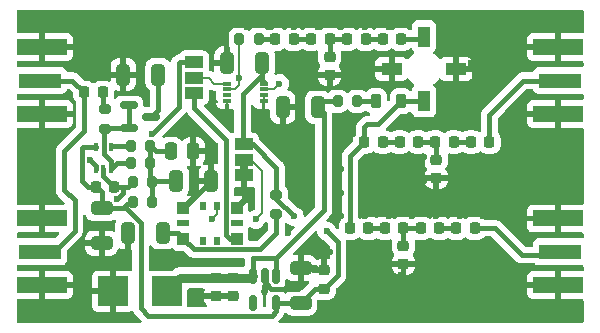
<source format=gbr>
%TF.GenerationSoftware,KiCad,Pcbnew,7.0.1*%
%TF.CreationDate,2023-06-23T15:29:09-04:00*%
%TF.ProjectId,reference-25mhz,72656665-7265-46e6-9365-2d32356d687a,rev?*%
%TF.SameCoordinates,Original*%
%TF.FileFunction,Copper,L1,Top*%
%TF.FilePolarity,Positive*%
%FSLAX46Y46*%
G04 Gerber Fmt 4.6, Leading zero omitted, Abs format (unit mm)*
G04 Created by KiCad (PCBNEW 7.0.1) date 2023-06-23 15:29:09*
%MOMM*%
%LPD*%
G01*
G04 APERTURE LIST*
G04 Aperture macros list*
%AMRoundRect*
0 Rectangle with rounded corners*
0 $1 Rounding radius*
0 $2 $3 $4 $5 $6 $7 $8 $9 X,Y pos of 4 corners*
0 Add a 4 corners polygon primitive as box body*
4,1,4,$2,$3,$4,$5,$6,$7,$8,$9,$2,$3,0*
0 Add four circle primitives for the rounded corners*
1,1,$1+$1,$2,$3*
1,1,$1+$1,$4,$5*
1,1,$1+$1,$6,$7*
1,1,$1+$1,$8,$9*
0 Add four rect primitives between the rounded corners*
20,1,$1+$1,$2,$3,$4,$5,0*
20,1,$1+$1,$4,$5,$6,$7,0*
20,1,$1+$1,$6,$7,$8,$9,0*
20,1,$1+$1,$8,$9,$2,$3,0*%
G04 Aperture macros list end*
%TA.AperFunction,SMDPad,CuDef*%
%ADD10RoundRect,0.200000X0.200000X0.275000X-0.200000X0.275000X-0.200000X-0.275000X0.200000X-0.275000X0*%
%TD*%
%TA.AperFunction,SMDPad,CuDef*%
%ADD11RoundRect,0.225000X0.250000X-0.225000X0.250000X0.225000X-0.250000X0.225000X-0.250000X-0.225000X0*%
%TD*%
%TA.AperFunction,SMDPad,CuDef*%
%ADD12RoundRect,0.225000X-0.225000X-0.250000X0.225000X-0.250000X0.225000X0.250000X-0.225000X0.250000X0*%
%TD*%
%TA.AperFunction,SMDPad,CuDef*%
%ADD13R,3.600000X1.270000*%
%TD*%
%TA.AperFunction,SMDPad,CuDef*%
%ADD14R,4.200000X1.350000*%
%TD*%
%TA.AperFunction,SMDPad,CuDef*%
%ADD15R,1.500000X1.000000*%
%TD*%
%TA.AperFunction,SMDPad,CuDef*%
%ADD16RoundRect,0.218750X-0.218750X-0.256250X0.218750X-0.256250X0.218750X0.256250X-0.218750X0.256250X0*%
%TD*%
%TA.AperFunction,SMDPad,CuDef*%
%ADD17RoundRect,0.225000X-0.250000X0.225000X-0.250000X-0.225000X0.250000X-0.225000X0.250000X0.225000X0*%
%TD*%
%TA.AperFunction,SMDPad,CuDef*%
%ADD18R,1.016000X1.778000*%
%TD*%
%TA.AperFunction,SMDPad,CuDef*%
%ADD19R,1.778000X1.016000*%
%TD*%
%TA.AperFunction,SMDPad,CuDef*%
%ADD20RoundRect,0.218750X-0.218750X-0.381250X0.218750X-0.381250X0.218750X0.381250X-0.218750X0.381250X0*%
%TD*%
%TA.AperFunction,SMDPad,CuDef*%
%ADD21RoundRect,0.200000X-0.200000X-0.275000X0.200000X-0.275000X0.200000X0.275000X-0.200000X0.275000X0*%
%TD*%
%TA.AperFunction,SMDPad,CuDef*%
%ADD22RoundRect,0.225000X0.225000X0.250000X-0.225000X0.250000X-0.225000X-0.250000X0.225000X-0.250000X0*%
%TD*%
%TA.AperFunction,SMDPad,CuDef*%
%ADD23RoundRect,0.250000X0.650000X-0.325000X0.650000X0.325000X-0.650000X0.325000X-0.650000X-0.325000X0*%
%TD*%
%TA.AperFunction,SMDPad,CuDef*%
%ADD24RoundRect,0.250000X-0.325000X-0.650000X0.325000X-0.650000X0.325000X0.650000X-0.325000X0.650000X0*%
%TD*%
%TA.AperFunction,SMDPad,CuDef*%
%ADD25R,0.400000X0.650000*%
%TD*%
%TA.AperFunction,SMDPad,CuDef*%
%ADD26R,1.000000X1.000000*%
%TD*%
%TA.AperFunction,SMDPad,CuDef*%
%ADD27R,0.600000X0.650000*%
%TD*%
%TA.AperFunction,SMDPad,CuDef*%
%ADD28R,1.000000X0.600000*%
%TD*%
%TA.AperFunction,ComponentPad*%
%ADD29R,2.500000X2.500000*%
%TD*%
%TA.AperFunction,SMDPad,CuDef*%
%ADD30RoundRect,0.200000X-0.275000X0.200000X-0.275000X-0.200000X0.275000X-0.200000X0.275000X0.200000X0*%
%TD*%
%TA.AperFunction,SMDPad,CuDef*%
%ADD31RoundRect,0.150000X-0.587500X-0.150000X0.587500X-0.150000X0.587500X0.150000X-0.587500X0.150000X0*%
%TD*%
%TA.AperFunction,SMDPad,CuDef*%
%ADD32RoundRect,0.250000X0.325000X0.650000X-0.325000X0.650000X-0.325000X-0.650000X0.325000X-0.650000X0*%
%TD*%
%TA.AperFunction,SMDPad,CuDef*%
%ADD33RoundRect,0.250000X-0.650000X0.325000X-0.650000X-0.325000X0.650000X-0.325000X0.650000X0.325000X0*%
%TD*%
%TA.AperFunction,SMDPad,CuDef*%
%ADD34R,0.800000X0.300000*%
%TD*%
%TA.AperFunction,SMDPad,CuDef*%
%ADD35RoundRect,0.150000X-0.150000X0.512500X-0.150000X-0.512500X0.150000X-0.512500X0.150000X0.512500X0*%
%TD*%
%TA.AperFunction,SMDPad,CuDef*%
%ADD36RoundRect,0.250000X0.250000X0.475000X-0.250000X0.475000X-0.250000X-0.475000X0.250000X-0.475000X0*%
%TD*%
%TA.AperFunction,ViaPad*%
%ADD37C,0.600000*%
%TD*%
%TA.AperFunction,Conductor*%
%ADD38C,0.400000*%
%TD*%
%TA.AperFunction,Conductor*%
%ADD39C,0.200000*%
%TD*%
%TA.AperFunction,Conductor*%
%ADD40C,0.800000*%
%TD*%
G04 APERTURE END LIST*
%TA.AperFunction,EtchedComponent*%
%TO.C,JP2*%
G36*
X92050000Y-133100000D02*
G01*
X91450000Y-133100000D01*
X91450000Y-132600000D01*
X92050000Y-132600000D01*
X92050000Y-133100000D01*
G37*
%TD.AperFunction*%
%TD*%
D10*
%TO.P,R5,1*%
%TO.N,Net-(C19-Pad2)*%
X84000000Y-134050000D03*
%TO.P,R5,2*%
%TO.N,GND*%
X82350000Y-134050000D03*
%TD*%
D11*
%TO.P,C24,1*%
%TO.N,GND*%
X89350000Y-143750000D03*
%TO.P,C24,2*%
%TO.N,+5V*%
X89350000Y-142200000D03*
%TD*%
D12*
%TO.P,C7,1*%
%TO.N,Net-(C7-Pad1)*%
X109725000Y-138000000D03*
%TO.P,C7,2*%
%TO.N,Net-(J5-In)*%
X111275000Y-138000000D03*
%TD*%
D13*
%TO.P,J1,1,In*%
%TO.N,Net-(J1-In)*%
X74462500Y-125500000D03*
D14*
%TO.P,J1,2,Ext*%
%TO.N,GND*%
X74662500Y-122675000D03*
X74662500Y-128325000D03*
%TD*%
D12*
%TO.P,C3,1*%
%TO.N,Net-(C3-Pad1)*%
X103475000Y-122000000D03*
%TO.P,C3,2*%
%TO.N,Net-(U1-RFIN)*%
X105025000Y-122000000D03*
%TD*%
D15*
%TO.P,JP2,1,A*%
%TO.N,GND*%
X91750000Y-133500000D03*
%TO.P,JP2,2,C*%
%TO.N,Net-(JP2-C)*%
X91750000Y-132200000D03*
%TO.P,JP2,3,B*%
%TO.N,+3V3*%
X91750000Y-130900000D03*
%TD*%
D16*
%TO.P,L4,1*%
%TO.N,Net-(C26-Pad2)*%
X107937500Y-130700000D03*
%TO.P,L4,2*%
%TO.N,Net-(C27-Pad1)*%
X109512500Y-130700000D03*
%TD*%
D11*
%TO.P,C2,1*%
%TO.N,GND*%
X99000000Y-125025000D03*
%TO.P,C2,2*%
%TO.N,Net-(C2-Pad2)*%
X99000000Y-123475000D03*
%TD*%
D13*
%TO.P,J5,1,In*%
%TO.N,Net-(J5-In)*%
X118537500Y-140000000D03*
D14*
%TO.P,J5,2,Ext*%
%TO.N,GND*%
X118337500Y-142825000D03*
X118337500Y-137175000D03*
%TD*%
D17*
%TO.P,C22,1*%
%TO.N,GND*%
X98550000Y-141575000D03*
%TO.P,C22,2*%
%TO.N,+3V3*%
X98550000Y-143125000D03*
%TD*%
D18*
%TO.P,U1,1,RFIN*%
%TO.N,Net-(U1-RFIN)*%
X106967800Y-121782200D03*
D19*
%TO.P,U1,2,GND*%
%TO.N,GND*%
X104250000Y-124500000D03*
D18*
%TO.P,U1,3,RFOUT*%
%TO.N,Net-(U1-RFOUT)*%
X106967800Y-127217800D03*
D19*
%TO.P,U1,4,GND*%
%TO.N,GND*%
X109685600Y-124500000D03*
%TD*%
D20*
%TO.P,FB1,1*%
%TO.N,Net-(FB1-Pad1)*%
X102937500Y-127250000D03*
%TO.P,FB1,2*%
%TO.N,Net-(U1-RFOUT)*%
X105062500Y-127250000D03*
%TD*%
D21*
%TO.P,R1,1*%
%TO.N,Net-(U4A-D)*%
X91350000Y-122000000D03*
%TO.P,R1,2*%
%TO.N,Net-(C1-Pad1)*%
X93000000Y-122000000D03*
%TD*%
%TO.P,R2,1*%
%TO.N,+5V*%
X99675000Y-127250000D03*
%TO.P,R2,2*%
%TO.N,Net-(FB1-Pad1)*%
X101325000Y-127250000D03*
%TD*%
D22*
%TO.P,C17,1*%
%TO.N,GND*%
X80775000Y-134500000D03*
%TO.P,C17,2*%
%TO.N,+3V3*%
X79225000Y-134500000D03*
%TD*%
D23*
%TO.P,C18,1*%
%TO.N,GND*%
X79700000Y-139275000D03*
%TO.P,C18,2*%
%TO.N,+3V3*%
X79700000Y-136325000D03*
%TD*%
D16*
%TO.P,L2,1*%
%TO.N,Net-(C2-Pad2)*%
X100462500Y-122000000D03*
%TO.P,L2,2*%
%TO.N,Net-(C3-Pad1)*%
X102037500Y-122000000D03*
%TD*%
D22*
%TO.P,C16,1*%
%TO.N,Net-(C16-Pad1)*%
X79775000Y-126500000D03*
%TO.P,C16,2*%
%TO.N,Net-(J1-In)*%
X78225000Y-126500000D03*
%TD*%
D11*
%TO.P,C26,1*%
%TO.N,GND*%
X108025000Y-133750000D03*
%TO.P,C26,2*%
%TO.N,Net-(C26-Pad2)*%
X108025000Y-132200000D03*
%TD*%
D24*
%TO.P,C4,1*%
%TO.N,GND*%
X95025000Y-127750000D03*
%TO.P,C4,2*%
%TO.N,+5V*%
X97975000Y-127750000D03*
%TD*%
D12*
%TO.P,C27,1*%
%TO.N,Net-(C27-Pad1)*%
X110975000Y-130700000D03*
%TO.P,C27,2*%
%TO.N,Net-(J4-In)*%
X112525000Y-130700000D03*
%TD*%
D25*
%TO.P,U5,1*%
%TO.N,Net-(JP3-B)*%
X79200000Y-133000000D03*
%TO.P,U5,2,V-*%
%TO.N,GND*%
X79850000Y-133000000D03*
%TO.P,U5,3,+*%
%TO.N,Net-(D1-A)*%
X80500000Y-133000000D03*
%TO.P,U5,4,-*%
%TO.N,Net-(U5--)*%
X80500000Y-131100000D03*
%TO.P,U5,5,V+*%
%TO.N,+3V3*%
X79200000Y-131100000D03*
%TD*%
D26*
%TO.P,X1,1,GND*%
%TO.N,GND*%
X86625000Y-136300000D03*
D27*
%TO.P,X1,2,NC*%
%TO.N,unconnected-(X1-NC-Pad2)*%
X88275000Y-136125000D03*
%TO.P,X1,3,EN*%
%TO.N,Net-(JP2-C)*%
X89475000Y-136125000D03*
D26*
%TO.P,X1,4,GND*%
%TO.N,GND*%
X91125000Y-136300000D03*
D28*
%TO.P,X1,5,NC*%
%TO.N,unconnected-(X1-NC-Pad5)*%
X91125000Y-137600000D03*
D26*
%TO.P,X1,6,OUT*%
%TO.N,Net-(JP3-A)*%
X91125000Y-138900000D03*
D27*
%TO.P,X1,7,NC*%
%TO.N,unconnected-(X1-NC-Pad7)*%
X89475000Y-139075000D03*
%TO.P,X1,8,NC*%
%TO.N,unconnected-(X1-NC-Pad8)*%
X88275000Y-139075000D03*
D26*
%TO.P,X1,9,V+*%
%TO.N,Net-(#FLG03-pwr)*%
X86625000Y-138900000D03*
D28*
%TO.P,X1,10,NC*%
%TO.N,unconnected-(X1-NC-Pad10)*%
X86625000Y-137600000D03*
%TD*%
D16*
%TO.P,L5,1*%
%TO.N,Net-(C5-Pad2)*%
X103675000Y-138000000D03*
%TO.P,L5,2*%
%TO.N,Net-(C6-Pad2)*%
X105250000Y-138000000D03*
%TD*%
D13*
%TO.P,J2,1,In*%
%TO.N,Net-(J1-In)*%
X74462500Y-140000000D03*
D14*
%TO.P,J2,2,Ext*%
%TO.N,GND*%
X74662500Y-137175000D03*
X74662500Y-142825000D03*
%TD*%
D29*
%TO.P,TP2,1,1*%
%TO.N,GND*%
X80650000Y-143350000D03*
%TD*%
D30*
%TO.P,R3,1*%
%TO.N,Net-(C16-Pad1)*%
X80000000Y-127925000D03*
%TO.P,R3,2*%
%TO.N,Net-(D1-A)*%
X80000000Y-129575000D03*
%TD*%
D16*
%TO.P,L1,1*%
%TO.N,Net-(C1-Pad2)*%
X97462500Y-122000000D03*
%TO.P,L1,2*%
%TO.N,Net-(C2-Pad2)*%
X99037500Y-122000000D03*
%TD*%
D24*
%TO.P,C14,1*%
%TO.N,GND*%
X90325000Y-124000000D03*
%TO.P,C14,2*%
%TO.N,+3V3*%
X93275000Y-124000000D03*
%TD*%
%TO.P,C13,1*%
%TO.N,GND*%
X81925000Y-138400000D03*
%TO.P,C13,2*%
%TO.N,Net-(#FLG03-pwr)*%
X84875000Y-138400000D03*
%TD*%
D30*
%TO.P,JP1,1,A*%
%TO.N,+3V3*%
X94500000Y-135175000D03*
%TO.P,JP1,2,B*%
%TO.N,Net-(#FLG03-pwr)*%
X94500000Y-136825000D03*
%TD*%
D31*
%TO.P,D1,1,K*%
%TO.N,Net-(D1-A)*%
X82000000Y-127600000D03*
%TO.P,D1,2,A*%
X82000000Y-129500000D03*
%TO.P,D1,3,K*%
%TO.N,Net-(C15-Pad1)*%
X83875000Y-128550000D03*
%TD*%
D10*
%TO.P,R6,1*%
%TO.N,Net-(C19-Pad2)*%
X83825000Y-131000000D03*
%TO.P,R6,2*%
%TO.N,Net-(U5--)*%
X82175000Y-131000000D03*
%TD*%
D32*
%TO.P,C19,1*%
%TO.N,GND*%
X88975000Y-134000000D03*
%TO.P,C19,2*%
%TO.N,Net-(C19-Pad2)*%
X86025000Y-134000000D03*
%TD*%
D16*
%TO.P,L6,1*%
%TO.N,Net-(C6-Pad2)*%
X106712500Y-138000000D03*
%TO.P,L6,2*%
%TO.N,Net-(C7-Pad1)*%
X108287500Y-138000000D03*
%TD*%
D33*
%TO.P,C21,1*%
%TO.N,GND*%
X96550000Y-141375000D03*
%TO.P,C21,2*%
%TO.N,+3V3*%
X96550000Y-144325000D03*
%TD*%
D34*
%TO.P,U4,1,C*%
%TO.N,Net-(JP3-C)*%
X90300000Y-125750000D03*
%TO.P,U4,2,D*%
%TO.N,Net-(U4A-D)*%
X90300000Y-126250000D03*
%TO.P,U4,3,~{Q}*%
%TO.N,unconnected-(U4B-~{Q}-Pad3)*%
X90300000Y-126750000D03*
%TO.P,U4,4,GND*%
%TO.N,GND*%
X90300000Y-127250000D03*
%TO.P,U4,5,C*%
X93400000Y-127250000D03*
%TO.P,U4,6,D*%
X93400000Y-126750000D03*
%TO.P,U4,7,~{Q}*%
%TO.N,Net-(U4A-D)*%
X93400000Y-126250000D03*
%TO.P,U4,8,VCC*%
%TO.N,+3V3*%
X93400000Y-125750000D03*
%TD*%
D35*
%TO.P,U6,1,Vin*%
%TO.N,+5V*%
X94450000Y-142075000D03*
%TO.P,U6,2,GND*%
%TO.N,GND*%
X93500000Y-142075000D03*
%TO.P,U6,3,~{SHDN}*%
%TO.N,+5V*%
X92550000Y-142075000D03*
%TO.P,U6,4,NC*%
%TO.N,unconnected-(U6-NC-Pad4)*%
X92550000Y-144350000D03*
%TO.P,U6,5,VOUT*%
%TO.N,+3V3*%
X94450000Y-144350000D03*
%TD*%
D10*
%TO.P,R7,1*%
%TO.N,Net-(C19-Pad2)*%
X83825000Y-132500000D03*
%TO.P,R7,2*%
%TO.N,Net-(D1-A)*%
X82175000Y-132500000D03*
%TD*%
D15*
%TO.P,JP3,1,A*%
%TO.N,Net-(JP3-A)*%
X87500000Y-126550000D03*
%TO.P,JP3,2,C*%
%TO.N,Net-(JP3-C)*%
X87500000Y-125250000D03*
%TO.P,JP3,3,B*%
%TO.N,Net-(JP3-B)*%
X87500000Y-123950000D03*
%TD*%
D32*
%TO.P,C15,1*%
%TO.N,Net-(C15-Pad1)*%
X84475000Y-125000000D03*
%TO.P,C15,2*%
%TO.N,GND*%
X81525000Y-125000000D03*
%TD*%
D21*
%TO.P,R4,1*%
%TO.N,+3V3*%
X82350000Y-135750000D03*
%TO.P,R4,2*%
%TO.N,Net-(C19-Pad2)*%
X84000000Y-135750000D03*
%TD*%
D36*
%TO.P,C20,1*%
%TO.N,GND*%
X87450000Y-131500000D03*
%TO.P,C20,2*%
%TO.N,Net-(C19-Pad2)*%
X85550000Y-131500000D03*
%TD*%
D29*
%TO.P,TP1,1,1*%
%TO.N,+5V*%
X85200000Y-143350000D03*
%TD*%
D11*
%TO.P,C6,1*%
%TO.N,GND*%
X105250000Y-141025000D03*
%TO.P,C6,2*%
%TO.N,Net-(C6-Pad2)*%
X105250000Y-139475000D03*
%TD*%
D12*
%TO.P,C5,1*%
%TO.N,Net-(U1-RFOUT)*%
X100725000Y-138000000D03*
%TO.P,C5,2*%
%TO.N,Net-(C5-Pad2)*%
X102275000Y-138000000D03*
%TD*%
D13*
%TO.P,J4,1,In*%
%TO.N,Net-(J4-In)*%
X118537500Y-125500000D03*
D14*
%TO.P,J4,2,Ext*%
%TO.N,GND*%
X118337500Y-128325000D03*
X118337500Y-122675000D03*
%TD*%
D11*
%TO.P,C23,1*%
%TO.N,GND*%
X90850000Y-143750000D03*
%TO.P,C23,2*%
%TO.N,+5V*%
X90850000Y-142200000D03*
%TD*%
D12*
%TO.P,C1,1*%
%TO.N,Net-(C1-Pad1)*%
X94400000Y-122000000D03*
%TO.P,C1,2*%
%TO.N,Net-(C1-Pad2)*%
X95950000Y-122000000D03*
%TD*%
%TO.P,C25,1*%
%TO.N,Net-(U1-RFOUT)*%
X101950000Y-130700000D03*
%TO.P,C25,2*%
%TO.N,Net-(C25-Pad2)*%
X103500000Y-130700000D03*
%TD*%
D16*
%TO.P,L3,1*%
%TO.N,Net-(C25-Pad2)*%
X104925000Y-130700000D03*
%TO.P,L3,2*%
%TO.N,Net-(C26-Pad2)*%
X106500000Y-130700000D03*
%TD*%
D37*
%TO.N,GND*%
X106000000Y-143000000D03*
X74000000Y-145000000D03*
X117000000Y-120000000D03*
X100000000Y-131000000D03*
X109000000Y-140000000D03*
X112000000Y-141000000D03*
X77000000Y-120000000D03*
X98000000Y-121000000D03*
X115000000Y-132000000D03*
X107000000Y-142000000D03*
X106000000Y-129000000D03*
X100000000Y-137000000D03*
X100000000Y-129000000D03*
X90250000Y-128750000D03*
X96000000Y-130000000D03*
X78000000Y-121000000D03*
X87500000Y-144000000D03*
X103000000Y-134000000D03*
X81000000Y-135500000D03*
X107000000Y-136000000D03*
X111000000Y-128000000D03*
X110000000Y-133000000D03*
X76000000Y-121000000D03*
X103000000Y-136000000D03*
X109000000Y-128000000D03*
X95000000Y-131000000D03*
X114000000Y-141000000D03*
X78000000Y-123000000D03*
X113000000Y-132000000D03*
X115000000Y-138000000D03*
X78000000Y-141000000D03*
X111000000Y-140000000D03*
X115000000Y-130000000D03*
X89000000Y-122000000D03*
X111000000Y-136000000D03*
X102500000Y-125500000D03*
X107000000Y-132000000D03*
X91000000Y-120000000D03*
X105000000Y-136000000D03*
X97000000Y-140000000D03*
X114000000Y-125000000D03*
X111000000Y-124000000D03*
X101000000Y-140000000D03*
X103000000Y-140000000D03*
X108000000Y-137000000D03*
X87500000Y-141000000D03*
X89250000Y-132000000D03*
X92000000Y-121000000D03*
X113000000Y-136000000D03*
X100500000Y-123500000D03*
X102000000Y-137000000D03*
X110000000Y-127000000D03*
X97000000Y-131000000D03*
X94000000Y-130000000D03*
X111000000Y-126000000D03*
X79000000Y-120000000D03*
X112000000Y-125000000D03*
X100500000Y-125500000D03*
X118000000Y-121000000D03*
X102500000Y-123500000D03*
X79000000Y-122000000D03*
X95500000Y-138400000D03*
X74000000Y-133000000D03*
X104000000Y-121000000D03*
X75000000Y-134000000D03*
X112000000Y-137000000D03*
X90000000Y-121000000D03*
X114000000Y-129000000D03*
X103000000Y-120000000D03*
X114000000Y-131000000D03*
X93000000Y-120000000D03*
X75000000Y-120000000D03*
X115000000Y-128000000D03*
X80000000Y-125000000D03*
X80000000Y-123000000D03*
X95000000Y-120000000D03*
X109000000Y-136000000D03*
X87000000Y-120000000D03*
X99000000Y-140000000D03*
X119000000Y-120000000D03*
X105000000Y-132000000D03*
X107000000Y-120000000D03*
X108000000Y-141000000D03*
X110000000Y-137000000D03*
X101500000Y-124500000D03*
X116000000Y-121000000D03*
X108000000Y-129000000D03*
X76000000Y-145000000D03*
X114000000Y-137000000D03*
X101000000Y-142000000D03*
X110000000Y-121000000D03*
X106000000Y-137000000D03*
X96000000Y-134000000D03*
X97000000Y-133000000D03*
X96500000Y-143000000D03*
X101000000Y-130000000D03*
X107000000Y-140000000D03*
X112000000Y-133000000D03*
X74000000Y-135000000D03*
X81000000Y-141000000D03*
X114000000Y-133000000D03*
X113000000Y-120000000D03*
X84000000Y-123000000D03*
X82000000Y-123000000D03*
X110000000Y-129000000D03*
X78000000Y-143000000D03*
X100000000Y-121000000D03*
X97000000Y-135000000D03*
X85000000Y-120000000D03*
X115000000Y-120000000D03*
X86000000Y-140500000D03*
X75000000Y-132000000D03*
X107000000Y-134000000D03*
X83000000Y-120000000D03*
X104000000Y-143000000D03*
X84500000Y-140500000D03*
X104000000Y-133000000D03*
X88000000Y-121000000D03*
X81000000Y-120000000D03*
X105000000Y-120000000D03*
X92800000Y-138700000D03*
X97000000Y-120000000D03*
X106000000Y-133000000D03*
X109000000Y-122000000D03*
X91750000Y-135000000D03*
X102000000Y-141000000D03*
X113000000Y-126000000D03*
X78000000Y-145000000D03*
X94000000Y-121000000D03*
X103000000Y-142000000D03*
X115000000Y-136000000D03*
X102000000Y-133000000D03*
X115000000Y-124000000D03*
X112000000Y-127000000D03*
X100000000Y-133000000D03*
X89000000Y-120000000D03*
X109000000Y-126000000D03*
X89000000Y-141000000D03*
X115000000Y-122000000D03*
X111000000Y-122000000D03*
X111000000Y-132000000D03*
X86000000Y-121000000D03*
X96000000Y-121000000D03*
X105000000Y-142000000D03*
X109000000Y-120000000D03*
X104000000Y-137000000D03*
X101000000Y-120000000D03*
X102000000Y-135000000D03*
X110000000Y-141000000D03*
X113000000Y-140000000D03*
X100000000Y-135000000D03*
X96000000Y-132000000D03*
X103000000Y-132000000D03*
X99000000Y-120000000D03*
X102000000Y-121000000D03*
X74000000Y-131000000D03*
X74000000Y-121000000D03*
X115000000Y-142000000D03*
X79000000Y-124000000D03*
X111000000Y-120000000D03*
X98000000Y-139000000D03*
%TO.N,+3V3*%
X98750000Y-138250000D03*
X96000000Y-137000000D03*
%TO.N,Net-(JP2-C)*%
X92750000Y-137250000D03*
X89000000Y-137250000D03*
%TO.N,Net-(JP3-B)*%
X78750000Y-132250000D03*
X84000000Y-130000000D03*
%TO.N,Net-(U4A-D)*%
X94750000Y-125750000D03*
X91350000Y-125250000D03*
%TD*%
D38*
%TO.N,Net-(C1-Pad1)*%
X93000000Y-122000000D02*
X94400000Y-122000000D01*
%TO.N,Net-(C1-Pad2)*%
X95950000Y-122000000D02*
X97462500Y-122000000D01*
%TO.N,GND*%
X91750000Y-133500000D02*
X91750000Y-135675000D01*
X81925000Y-138400000D02*
X81925000Y-140075000D01*
X81500000Y-134500000D02*
X81500000Y-135000000D01*
X81500000Y-135000000D02*
X81000000Y-135500000D01*
X89350000Y-143750000D02*
X87750000Y-143750000D01*
D39*
X90300000Y-128700000D02*
X90250000Y-128750000D01*
D38*
X96362500Y-143137500D02*
X96500000Y-143000000D01*
X88975000Y-132275000D02*
X89250000Y-132000000D01*
X91750000Y-135675000D02*
X91125000Y-136300000D01*
X86625000Y-136300000D02*
X86675000Y-136300000D01*
X94072183Y-143137500D02*
X96362500Y-143137500D01*
X79850000Y-133000000D02*
X79850000Y-133575000D01*
X91750000Y-135675000D02*
X91750000Y-135000000D01*
X87750000Y-143750000D02*
X87500000Y-144000000D01*
D39*
X93400000Y-126750000D02*
X93400000Y-127250000D01*
D38*
X93500000Y-142565317D02*
X94072183Y-143137500D01*
X80775000Y-134500000D02*
X81500000Y-134500000D01*
X81900000Y-134500000D02*
X82350000Y-134050000D01*
D39*
X90300000Y-127250000D02*
X90300000Y-128700000D01*
D38*
X93500000Y-142075000D02*
X93500000Y-142565317D01*
X81500000Y-134500000D02*
X81900000Y-134500000D01*
X79850000Y-133575000D02*
X80775000Y-134500000D01*
X81925000Y-140075000D02*
X81000000Y-141000000D01*
X90850000Y-143750000D02*
X89350000Y-143750000D01*
X86675000Y-136300000D02*
X88975000Y-134000000D01*
X88975000Y-134000000D02*
X88975000Y-132275000D01*
%TO.N,Net-(C2-Pad2)*%
X99037500Y-122000000D02*
X99500000Y-122000000D01*
X99000000Y-123475000D02*
X99000000Y-122037500D01*
X99000000Y-122037500D02*
X99037500Y-122000000D01*
X99500000Y-122000000D02*
X100462500Y-122000000D01*
%TO.N,Net-(C3-Pad1)*%
X102037500Y-122000000D02*
X103475000Y-122000000D01*
%TO.N,Net-(U1-RFIN)*%
X105025000Y-122000000D02*
X106750000Y-122000000D01*
X106750000Y-122000000D02*
X106967800Y-121782200D01*
%TO.N,+5V*%
X94500000Y-142025000D02*
X94450000Y-142075000D01*
D40*
X90850000Y-142200000D02*
X92425000Y-142200000D01*
X89350000Y-142200000D02*
X90850000Y-142200000D01*
D38*
X99675000Y-127250000D02*
X98475000Y-127250000D01*
X92500000Y-140500000D02*
X94500000Y-140500000D01*
X98475000Y-127250000D02*
X97975000Y-127750000D01*
D40*
X85200000Y-143350000D02*
X86350000Y-142200000D01*
X86350000Y-142200000D02*
X89350000Y-142200000D01*
D38*
X94500000Y-140500000D02*
X94500000Y-142025000D01*
X98500000Y-128275000D02*
X97975000Y-127750000D01*
D40*
X92425000Y-142200000D02*
X92550000Y-142075000D01*
D38*
X94500000Y-140500000D02*
X98500000Y-136500000D01*
X92425000Y-142200000D02*
X92500000Y-142125000D01*
X92500000Y-142125000D02*
X92500000Y-140500000D01*
X98500000Y-136500000D02*
X98500000Y-128275000D01*
%TO.N,Net-(U1-RFOUT)*%
X103112500Y-129200000D02*
X102200000Y-129200000D01*
X106935600Y-127250000D02*
X106967800Y-127217800D01*
X105062500Y-127250000D02*
X103112500Y-129200000D01*
X100725000Y-131925000D02*
X100725000Y-138000000D01*
X105062500Y-127250000D02*
X106935600Y-127250000D01*
X101950000Y-129450000D02*
X101950000Y-130700000D01*
X102200000Y-129200000D02*
X101950000Y-129450000D01*
X101950000Y-130700000D02*
X100725000Y-131925000D01*
%TO.N,Net-(J5-In)*%
X115275000Y-140275000D02*
X118262500Y-140275000D01*
X113000000Y-138000000D02*
X115275000Y-140275000D01*
X118262500Y-140275000D02*
X118537500Y-140000000D01*
X111275000Y-138000000D02*
X113000000Y-138000000D01*
%TO.N,Net-(C5-Pad2)*%
X102275000Y-138000000D02*
X103675000Y-138000000D01*
%TO.N,Net-(C6-Pad2)*%
X105250000Y-138000000D02*
X105250000Y-139475000D01*
X106712500Y-138000000D02*
X105250000Y-138000000D01*
%TO.N,Net-(J4-In)*%
X115400000Y-125500000D02*
X112525000Y-128375000D01*
X117700000Y-125500000D02*
X115400000Y-125500000D01*
X112525000Y-128375000D02*
X112525000Y-130700000D01*
%TO.N,Net-(C7-Pad1)*%
X108287500Y-138000000D02*
X109725000Y-138000000D01*
%TO.N,Net-(#FLG03-pwr)*%
X86125000Y-138400000D02*
X86625000Y-138900000D01*
X84875000Y-138400000D02*
X86125000Y-138400000D01*
X87525000Y-139800000D02*
X93115000Y-139800000D01*
X86625000Y-138900000D02*
X87525000Y-139800000D01*
X94500000Y-138415000D02*
X94500000Y-136700000D01*
X93115000Y-139800000D02*
X94500000Y-138415000D01*
%TO.N,+3V3*%
X94450000Y-145050000D02*
X94450000Y-144350000D01*
X78000000Y-131250000D02*
X78000000Y-134000000D01*
X78000000Y-134000000D02*
X78500000Y-134500000D01*
X99700000Y-139200000D02*
X98750000Y-138250000D01*
X93275000Y-125625000D02*
X93350000Y-125700000D01*
X81744239Y-136325000D02*
X83000000Y-137580761D01*
X93275000Y-125000000D02*
X93275000Y-125275000D01*
X93400000Y-125600000D02*
X93400000Y-125700000D01*
X96550000Y-144325000D02*
X94475000Y-144325000D01*
X98550000Y-143125000D02*
X99700000Y-141975000D01*
X99700000Y-141975000D02*
X99700000Y-139200000D01*
X79700000Y-136325000D02*
X79700000Y-134975000D01*
X91625000Y-126637500D02*
X91625000Y-130900000D01*
X91625000Y-130900000D02*
X92500000Y-130900000D01*
X79200000Y-131100000D02*
X78150000Y-131100000D01*
X93275000Y-124000000D02*
X93275000Y-125000000D01*
X94475000Y-144325000D02*
X94450000Y-144350000D01*
X79700000Y-134975000D02*
X79225000Y-134500000D01*
X93275000Y-124000000D02*
X93275000Y-124987500D01*
X93350000Y-125700000D02*
X93400000Y-125700000D01*
X94500000Y-135500000D02*
X96000000Y-137000000D01*
X79700000Y-136325000D02*
X81525000Y-136325000D01*
X94087500Y-145412500D02*
X94450000Y-145050000D01*
X81525000Y-136325000D02*
X82350000Y-135500000D01*
X97750000Y-143125000D02*
X96550000Y-144325000D01*
X83662500Y-145412500D02*
X94087500Y-145412500D01*
X94500000Y-135175000D02*
X94500000Y-135500000D01*
X93275000Y-125000000D02*
X93275000Y-125625000D01*
X79700000Y-136325000D02*
X81744239Y-136325000D01*
X98550000Y-143125000D02*
X97750000Y-143125000D01*
X78500000Y-134500000D02*
X79225000Y-134500000D01*
X83000000Y-144750000D02*
X83662500Y-145412500D01*
X83000000Y-137580761D02*
X83000000Y-144750000D01*
X92500000Y-130900000D02*
X94500000Y-132900000D01*
X94500000Y-135050000D02*
X94275000Y-135275000D01*
X94500000Y-132900000D02*
X94500000Y-135050000D01*
X93275000Y-124987500D02*
X91625000Y-126637500D01*
X78150000Y-131100000D02*
X78000000Y-131250000D01*
%TO.N,Net-(C15-Pad1)*%
X84475000Y-125000000D02*
X84475000Y-127950000D01*
X84475000Y-127950000D02*
X83875000Y-128550000D01*
%TO.N,Net-(C16-Pad1)*%
X79775000Y-126500000D02*
X79775000Y-127950000D01*
%TO.N,Net-(J1-In)*%
X78225000Y-129775000D02*
X76500000Y-131500000D01*
X77225000Y-125500000D02*
X78225000Y-126500000D01*
X77400500Y-138227000D02*
X75627500Y-140000000D01*
X77400500Y-135650500D02*
X77400500Y-138227000D01*
X78225000Y-126500000D02*
X78225000Y-129775000D01*
X74462500Y-125500000D02*
X77225000Y-125500000D01*
X76500000Y-131500000D02*
X76500000Y-134750000D01*
X76500000Y-134750000D02*
X77400500Y-135650500D01*
X75627500Y-140000000D02*
X74462500Y-140000000D01*
%TO.N,Net-(C19-Pad2)*%
X86025000Y-134000000D02*
X84050000Y-134000000D01*
X84000000Y-134050000D02*
X84000000Y-135500000D01*
X85550000Y-131500000D02*
X84325000Y-131500000D01*
X83825000Y-133875000D02*
X84000000Y-134050000D01*
X83825000Y-131000000D02*
X83825000Y-132500000D01*
X84325000Y-131500000D02*
X83825000Y-131000000D01*
X83825000Y-132500000D02*
X83825000Y-133875000D01*
X84050000Y-134000000D02*
X84000000Y-134050000D01*
%TO.N,Net-(D1-A)*%
X82000000Y-129500000D02*
X80325000Y-129500000D01*
X82175000Y-132500000D02*
X81000000Y-132500000D01*
X79900000Y-129925000D02*
X80000000Y-129825000D01*
X80500000Y-133000000D02*
X80500000Y-132275000D01*
X82000000Y-127600000D02*
X82000000Y-129500000D01*
X80325000Y-129500000D02*
X80000000Y-129825000D01*
X81000000Y-132500000D02*
X80500000Y-133000000D01*
X80500000Y-132275000D02*
X79900000Y-131675000D01*
X79900000Y-131675000D02*
X79900000Y-129925000D01*
%TO.N,Net-(FB1-Pad1)*%
X102937500Y-127250000D02*
X101325000Y-127250000D01*
D39*
%TO.N,Net-(JP2-C)*%
X92300000Y-132200000D02*
X93250000Y-133150000D01*
X93250000Y-133150000D02*
X93250000Y-136750000D01*
X91750000Y-132200000D02*
X92300000Y-132200000D01*
X89475000Y-136125000D02*
X89475000Y-136775000D01*
X89475000Y-136775000D02*
X89000000Y-137250000D01*
X93250000Y-136750000D02*
X92750000Y-137250000D01*
D38*
%TO.N,Net-(JP3-A)*%
X90225000Y-130515000D02*
X90225000Y-138550000D01*
X90225000Y-138550000D02*
X90575000Y-138900000D01*
X87500000Y-126550000D02*
X87500000Y-127790000D01*
X90575000Y-138900000D02*
X91125000Y-138900000D01*
X87500000Y-127790000D02*
X90225000Y-130515000D01*
D39*
%TO.N,Net-(JP3-C)*%
X89250000Y-125750000D02*
X88750000Y-125250000D01*
X90300000Y-125750000D02*
X89250000Y-125750000D01*
X88750000Y-125250000D02*
X87500000Y-125250000D01*
D38*
%TO.N,Net-(JP3-B)*%
X86350000Y-123950000D02*
X86250000Y-124050000D01*
X87500000Y-123950000D02*
X86350000Y-123950000D01*
X79200000Y-132700000D02*
X78750000Y-132250000D01*
X86250000Y-124050000D02*
X86250000Y-127750000D01*
X86250000Y-127750000D02*
X84000000Y-130000000D01*
X79200000Y-133000000D02*
X79200000Y-132700000D01*
D39*
%TO.N,Net-(U4A-D)*%
X90300000Y-126250000D02*
X90950000Y-126250000D01*
X90950000Y-126250000D02*
X91350000Y-125850000D01*
X93400000Y-126250000D02*
X94250000Y-126250000D01*
X94250000Y-126250000D02*
X94750000Y-125750000D01*
X91350000Y-125250000D02*
X91350000Y-122000000D01*
X91350000Y-125850000D02*
X91350000Y-125250000D01*
D38*
%TO.N,Net-(U5--)*%
X80600000Y-131000000D02*
X80500000Y-131100000D01*
X82175000Y-131000000D02*
X80600000Y-131000000D01*
%TO.N,Net-(C25-Pad2)*%
X104810050Y-130700000D02*
X104867525Y-130642525D01*
X103500000Y-130700000D02*
X104810050Y-130700000D01*
%TO.N,Net-(C26-Pad2)*%
X106500000Y-130700000D02*
X107937500Y-130700000D01*
X108025000Y-130787500D02*
X107937500Y-130700000D01*
X108025000Y-132200000D02*
X108025000Y-130787500D01*
%TO.N,Net-(C27-Pad1)*%
X110975000Y-130700000D02*
X109512500Y-130700000D01*
%TD*%
%TA.AperFunction,Conductor*%
%TO.N,GND*%
G36*
X112705934Y-138709939D02*
G01*
X112746162Y-138736819D01*
X114762058Y-140752715D01*
X114767178Y-140758153D01*
X114807071Y-140803183D01*
X114856577Y-140837355D01*
X114862597Y-140841785D01*
X114909941Y-140878877D01*
X114909942Y-140878877D01*
X114909943Y-140878878D01*
X114919184Y-140883037D01*
X114938730Y-140894061D01*
X114947070Y-140899818D01*
X115003313Y-140921147D01*
X115010217Y-140924007D01*
X115065069Y-140948695D01*
X115075044Y-140950522D01*
X115096656Y-140956547D01*
X115106128Y-140960140D01*
X115165841Y-140967390D01*
X115173185Y-140968507D01*
X115232394Y-140979358D01*
X115289102Y-140975927D01*
X115292434Y-140975726D01*
X115299921Y-140975500D01*
X116315912Y-140975500D01*
X116355071Y-140981846D01*
X116390221Y-141000232D01*
X116495169Y-141078796D01*
X116630017Y-141129091D01*
X116689627Y-141135500D01*
X120375500Y-141135499D01*
X120437500Y-141152112D01*
X120482887Y-141197499D01*
X120499500Y-141259499D01*
X120499500Y-141526000D01*
X120482887Y-141588000D01*
X120437500Y-141633387D01*
X120375500Y-141650000D01*
X118587500Y-141650000D01*
X118587500Y-144000000D01*
X120375500Y-144000000D01*
X120437500Y-144016613D01*
X120482887Y-144062000D01*
X120499500Y-144124000D01*
X120499500Y-145875500D01*
X120482887Y-145937500D01*
X120437500Y-145982887D01*
X120375500Y-145999500D01*
X94790518Y-145999500D01*
X94734223Y-145985985D01*
X94690200Y-145948385D01*
X94668045Y-145894898D01*
X94672587Y-145837182D01*
X94702837Y-145787819D01*
X94702837Y-145787818D01*
X94927731Y-145562924D01*
X94933151Y-145557822D01*
X94978183Y-145517929D01*
X95012358Y-145468416D01*
X95016779Y-145462407D01*
X95053877Y-145415057D01*
X95058033Y-145405820D01*
X95069058Y-145386273D01*
X95074818Y-145377930D01*
X95096154Y-145321668D01*
X95099014Y-145314766D01*
X95129876Y-145246198D01*
X95131344Y-145246859D01*
X95136288Y-145233576D01*
X95161169Y-145191505D01*
X95199822Y-145150989D01*
X95252359Y-145131608D01*
X95308065Y-145137316D01*
X95355580Y-145166949D01*
X95431342Y-145242711D01*
X95438067Y-145246859D01*
X95580666Y-145334814D01*
X95692016Y-145371712D01*
X95747202Y-145389999D01*
X95757702Y-145391071D01*
X95849991Y-145400500D01*
X97250008Y-145400499D01*
X97352797Y-145389999D01*
X97519334Y-145334814D01*
X97668656Y-145242712D01*
X97792712Y-145118656D01*
X97884814Y-144969334D01*
X97939999Y-144802797D01*
X97950500Y-144700009D01*
X97950499Y-144170199D01*
X97964096Y-144113745D01*
X98001906Y-144069671D01*
X98055637Y-144047644D01*
X98113499Y-144052494D01*
X98152292Y-144065349D01*
X98251655Y-144075500D01*
X98848344Y-144075499D01*
X98947708Y-144065349D01*
X99108697Y-144012003D01*
X99155091Y-143983387D01*
X99253044Y-143922968D01*
X99372968Y-143803044D01*
X99462002Y-143658699D01*
X99473335Y-143624500D01*
X99515349Y-143497708D01*
X99525500Y-143398345D01*
X99525499Y-143191517D01*
X99534938Y-143144066D01*
X99561816Y-143103839D01*
X99590655Y-143075000D01*
X115737500Y-143075000D01*
X115737500Y-143547824D01*
X115743902Y-143607375D01*
X115794147Y-143742089D01*
X115880311Y-143857188D01*
X115995410Y-143943352D01*
X116130124Y-143993597D01*
X116189676Y-144000000D01*
X118087500Y-144000000D01*
X118087500Y-143075000D01*
X115737500Y-143075000D01*
X99590655Y-143075000D01*
X100090654Y-142575000D01*
X115737500Y-142575000D01*
X118087500Y-142575000D01*
X118087500Y-141650000D01*
X116189676Y-141650000D01*
X116130124Y-141656402D01*
X115995410Y-141706647D01*
X115880311Y-141792811D01*
X115794147Y-141907910D01*
X115743902Y-142042624D01*
X115737500Y-142102176D01*
X115737500Y-142575000D01*
X100090654Y-142575000D01*
X100177723Y-142487931D01*
X100183142Y-142482829D01*
X100228183Y-142442929D01*
X100262361Y-142393410D01*
X100266790Y-142387394D01*
X100303875Y-142340060D01*
X100303875Y-142340059D01*
X100303878Y-142340056D01*
X100308037Y-142330814D01*
X100319061Y-142311268D01*
X100324818Y-142302930D01*
X100346152Y-142246674D01*
X100348994Y-142239811D01*
X100373695Y-142184931D01*
X100375522Y-142174956D01*
X100381549Y-142153339D01*
X100385140Y-142143872D01*
X100392387Y-142084179D01*
X100393514Y-142076777D01*
X100404358Y-142017606D01*
X100400726Y-141957566D01*
X100400500Y-141950079D01*
X100400500Y-141275000D01*
X104275001Y-141275000D01*
X104275001Y-141298315D01*
X104285143Y-141397605D01*
X104338453Y-141558486D01*
X104427426Y-141702732D01*
X104547267Y-141822573D01*
X104691513Y-141911546D01*
X104852393Y-141964856D01*
X104951685Y-141975000D01*
X105000000Y-141975000D01*
X105000000Y-141275000D01*
X105500000Y-141275000D01*
X105500000Y-141974999D01*
X105548315Y-141974999D01*
X105647605Y-141964856D01*
X105808486Y-141911546D01*
X105952732Y-141822573D01*
X106072573Y-141702732D01*
X106161546Y-141558486D01*
X106214856Y-141397606D01*
X106225000Y-141298315D01*
X106225000Y-141275000D01*
X105500000Y-141275000D01*
X105000000Y-141275000D01*
X104275001Y-141275000D01*
X100400500Y-141275000D01*
X100400500Y-139224921D01*
X100400726Y-139217434D01*
X100401680Y-139201655D01*
X100404358Y-139157394D01*
X100397844Y-139121849D01*
X100399878Y-139068010D01*
X100424556Y-139020113D01*
X100467220Y-138987205D01*
X100519809Y-138975499D01*
X100998344Y-138975499D01*
X100998345Y-138975499D01*
X101086939Y-138966449D01*
X101097708Y-138965349D01*
X101258697Y-138912003D01*
X101327939Y-138869294D01*
X101335711Y-138864500D01*
X101403044Y-138822968D01*
X101412317Y-138813695D01*
X101467905Y-138781599D01*
X101532095Y-138781599D01*
X101587683Y-138813695D01*
X101596957Y-138822969D01*
X101741300Y-138912002D01*
X101741302Y-138912002D01*
X101741303Y-138912003D01*
X101902292Y-138965349D01*
X102001655Y-138975500D01*
X102548344Y-138975499D01*
X102647708Y-138965349D01*
X102808697Y-138912003D01*
X102913916Y-138847102D01*
X102979012Y-138828641D01*
X103044108Y-138847102D01*
X103097142Y-138879814D01*
X103150213Y-138912549D01*
X103309814Y-138965436D01*
X103408326Y-138975500D01*
X103941674Y-138975500D01*
X104040185Y-138965436D01*
X104131377Y-138935217D01*
X104198974Y-138932266D01*
X104258059Y-138965242D01*
X104291036Y-139024327D01*
X104288085Y-139091927D01*
X104284650Y-139102290D01*
X104274500Y-139201655D01*
X104274500Y-139748344D01*
X104284650Y-139847707D01*
X104337997Y-140008699D01*
X104427031Y-140153044D01*
X104436659Y-140162672D01*
X104468753Y-140218258D01*
X104468753Y-140282445D01*
X104436661Y-140338032D01*
X104427426Y-140347266D01*
X104338453Y-140491513D01*
X104285143Y-140652393D01*
X104275000Y-140751685D01*
X104275000Y-140775000D01*
X106224999Y-140775000D01*
X106224999Y-140751685D01*
X106214856Y-140652394D01*
X106161546Y-140491513D01*
X106072574Y-140347269D01*
X106063341Y-140338036D01*
X106031245Y-140282448D01*
X106031245Y-140218258D01*
X106063339Y-140162672D01*
X106072968Y-140153044D01*
X106162003Y-140008697D01*
X106215349Y-139847708D01*
X106225500Y-139748345D01*
X106225499Y-139201656D01*
X106215349Y-139102292D01*
X106215348Y-139102289D01*
X106215298Y-139101799D01*
X106221829Y-139047634D01*
X106250975Y-139001516D01*
X106297094Y-138972370D01*
X106351258Y-138965839D01*
X106445826Y-138975500D01*
X106979174Y-138975500D01*
X107077685Y-138965436D01*
X107078270Y-138965242D01*
X107237287Y-138912549D01*
X107380391Y-138824281D01*
X107412317Y-138792354D01*
X107467906Y-138760259D01*
X107532094Y-138760259D01*
X107587682Y-138792354D01*
X107619606Y-138824279D01*
X107619608Y-138824280D01*
X107619609Y-138824281D01*
X107762713Y-138912549D01*
X107801166Y-138925291D01*
X107922314Y-138965436D01*
X108020826Y-138975500D01*
X108554174Y-138975500D01*
X108652685Y-138965436D01*
X108725513Y-138941303D01*
X108812287Y-138912549D01*
X108937142Y-138835537D01*
X109002237Y-138817076D01*
X109067334Y-138835538D01*
X109191300Y-138912002D01*
X109191302Y-138912002D01*
X109191303Y-138912003D01*
X109352292Y-138965349D01*
X109451655Y-138975500D01*
X109998344Y-138975499D01*
X110097708Y-138965349D01*
X110258697Y-138912003D01*
X110327939Y-138869294D01*
X110335711Y-138864500D01*
X110403044Y-138822968D01*
X110412317Y-138813695D01*
X110467905Y-138781599D01*
X110532095Y-138781599D01*
X110587683Y-138813695D01*
X110596957Y-138822969D01*
X110741300Y-138912002D01*
X110741302Y-138912002D01*
X110741303Y-138912003D01*
X110902292Y-138965349D01*
X111001655Y-138975500D01*
X111548344Y-138975499D01*
X111647708Y-138965349D01*
X111808697Y-138912003D01*
X111877939Y-138869294D01*
X111953044Y-138822968D01*
X112039194Y-138736819D01*
X112079422Y-138709939D01*
X112126875Y-138700500D01*
X112658481Y-138700500D01*
X112705934Y-138709939D01*
G37*
%TD.AperFunction*%
%TA.AperFunction,Conductor*%
G36*
X78303595Y-136844586D02*
G01*
X78342705Y-136901492D01*
X78355630Y-136940497D01*
X78365186Y-136969334D01*
X78457288Y-137118657D01*
X78581342Y-137242711D01*
X78614530Y-137263181D01*
X78730666Y-137334814D01*
X78837943Y-137370362D01*
X78897202Y-137389999D01*
X78907702Y-137391071D01*
X78999991Y-137400500D01*
X80400008Y-137400499D01*
X80502797Y-137389999D01*
X80669334Y-137334814D01*
X80728966Y-137298032D01*
X80786129Y-137279827D01*
X80845153Y-137290589D01*
X80892215Y-137327801D01*
X80916298Y-137382752D01*
X80911765Y-137442577D01*
X80860493Y-137597303D01*
X80850000Y-137700021D01*
X80850000Y-138155034D01*
X80832935Y-138217811D01*
X80786435Y-138263309D01*
X80723302Y-138279005D01*
X80683825Y-138267345D01*
X80682879Y-138270201D01*
X80502696Y-138210493D01*
X80399979Y-138200000D01*
X79950000Y-138200000D01*
X79950000Y-140349999D01*
X80399979Y-140349999D01*
X80502695Y-140339506D01*
X80669122Y-140284357D01*
X80818345Y-140192316D01*
X80942316Y-140068345D01*
X81034358Y-139919121D01*
X81077699Y-139788325D01*
X81106458Y-139740931D01*
X81152994Y-139710806D01*
X81208008Y-139703970D01*
X81260502Y-139721789D01*
X81280880Y-139734358D01*
X81447303Y-139789506D01*
X81550021Y-139800000D01*
X81675000Y-139800000D01*
X81675000Y-138274000D01*
X81691613Y-138212000D01*
X81737000Y-138166613D01*
X81799000Y-138150000D01*
X82051000Y-138150000D01*
X82113000Y-138166613D01*
X82158387Y-138212000D01*
X82175000Y-138274000D01*
X82175000Y-139799999D01*
X82175500Y-139799999D01*
X82237500Y-139816612D01*
X82282887Y-139861999D01*
X82299500Y-139923999D01*
X82299500Y-141536765D01*
X82285376Y-141594240D01*
X82246220Y-141638621D01*
X82190953Y-141659798D01*
X82132166Y-141652947D01*
X82007375Y-141606402D01*
X81947824Y-141600000D01*
X80900000Y-141600000D01*
X80900000Y-145100000D01*
X81947824Y-145100000D01*
X82007375Y-145093597D01*
X82142088Y-145043352D01*
X82181574Y-145013793D01*
X82233699Y-144991060D01*
X82290490Y-144993985D01*
X82340004Y-145021953D01*
X82371826Y-145069083D01*
X82375180Y-145077925D01*
X82375182Y-145077930D01*
X82380941Y-145086273D01*
X82391961Y-145105813D01*
X82396120Y-145115054D01*
X82396121Y-145115055D01*
X82396122Y-145115057D01*
X82402265Y-145122898D01*
X82433216Y-145162405D01*
X82437651Y-145168432D01*
X82471817Y-145217929D01*
X82516847Y-145257822D01*
X82522283Y-145262940D01*
X82822284Y-145562941D01*
X83047163Y-145787819D01*
X83077413Y-145837182D01*
X83081955Y-145894898D01*
X83059800Y-145948385D01*
X83015777Y-145985985D01*
X82959482Y-145999500D01*
X72624500Y-145999500D01*
X72562500Y-145982887D01*
X72517113Y-145937500D01*
X72500500Y-145875500D01*
X72500500Y-144124000D01*
X72517113Y-144062000D01*
X72562500Y-144016613D01*
X72624500Y-144000000D01*
X74412500Y-144000000D01*
X74412500Y-143075000D01*
X74912500Y-143075000D01*
X74912500Y-144000000D01*
X76810324Y-144000000D01*
X76869875Y-143993597D01*
X77004589Y-143943352D01*
X77119688Y-143857188D01*
X77205852Y-143742089D01*
X77256097Y-143607375D01*
X77256890Y-143600000D01*
X78900000Y-143600000D01*
X78900000Y-144647824D01*
X78906402Y-144707375D01*
X78956647Y-144842089D01*
X79042811Y-144957188D01*
X79157910Y-145043352D01*
X79292624Y-145093597D01*
X79352176Y-145100000D01*
X80400000Y-145100000D01*
X80400000Y-143600000D01*
X78900000Y-143600000D01*
X77256890Y-143600000D01*
X77262500Y-143547824D01*
X77262500Y-143100000D01*
X78900000Y-143100000D01*
X80400000Y-143100000D01*
X80400000Y-141600000D01*
X79352176Y-141600000D01*
X79292624Y-141606402D01*
X79157910Y-141656647D01*
X79042811Y-141742811D01*
X78956647Y-141857910D01*
X78906402Y-141992624D01*
X78900000Y-142052176D01*
X78900000Y-143100000D01*
X77262500Y-143100000D01*
X77262500Y-143075000D01*
X74912500Y-143075000D01*
X74412500Y-143075000D01*
X74412500Y-141650000D01*
X74912500Y-141650000D01*
X74912500Y-142575000D01*
X77262500Y-142575000D01*
X77262500Y-142102176D01*
X77256097Y-142042624D01*
X77205852Y-141907910D01*
X77119688Y-141792811D01*
X77004589Y-141706647D01*
X76869875Y-141656402D01*
X76810324Y-141650000D01*
X74912500Y-141650000D01*
X74412500Y-141650000D01*
X72624500Y-141650000D01*
X72562500Y-141633387D01*
X72517113Y-141588000D01*
X72500500Y-141526000D01*
X72500500Y-141259500D01*
X72517113Y-141197500D01*
X72562500Y-141152113D01*
X72624500Y-141135500D01*
X76309249Y-141135499D01*
X76310372Y-141135499D01*
X76369983Y-141129091D01*
X76504831Y-141078796D01*
X76620046Y-140992546D01*
X76706296Y-140877331D01*
X76756591Y-140742483D01*
X76763000Y-140682873D01*
X76762999Y-139906517D01*
X76772438Y-139859065D01*
X76799315Y-139818840D01*
X77093155Y-139525000D01*
X78300001Y-139525000D01*
X78300001Y-139649979D01*
X78310493Y-139752695D01*
X78365642Y-139919122D01*
X78457683Y-140068345D01*
X78581654Y-140192316D01*
X78730877Y-140284357D01*
X78897303Y-140339506D01*
X79000021Y-140350000D01*
X79450000Y-140350000D01*
X79450000Y-139525000D01*
X78300001Y-139525000D01*
X77093155Y-139525000D01*
X77593155Y-139025000D01*
X78300000Y-139025000D01*
X79450000Y-139025000D01*
X79450000Y-138200001D01*
X79000021Y-138200001D01*
X78897304Y-138210493D01*
X78730877Y-138265642D01*
X78581654Y-138357683D01*
X78457683Y-138481654D01*
X78365642Y-138630877D01*
X78310493Y-138797303D01*
X78300000Y-138900021D01*
X78300000Y-139025000D01*
X77593155Y-139025000D01*
X77878231Y-138739924D01*
X77883650Y-138734823D01*
X77928683Y-138694929D01*
X77962877Y-138645389D01*
X77967270Y-138639419D01*
X78004378Y-138592056D01*
X78008535Y-138582818D01*
X78019561Y-138563268D01*
X78025318Y-138554930D01*
X78046652Y-138498674D01*
X78049494Y-138491811D01*
X78074195Y-138436931D01*
X78076022Y-138426956D01*
X78082049Y-138405339D01*
X78085640Y-138395872D01*
X78092887Y-138336179D01*
X78094014Y-138328777D01*
X78097171Y-138311550D01*
X78104858Y-138269606D01*
X78101226Y-138209566D01*
X78101000Y-138202079D01*
X78101000Y-136940497D01*
X78120226Y-136874176D01*
X78171942Y-136828422D01*
X78240111Y-136817421D01*
X78303595Y-136844586D01*
G37*
%TD.AperFunction*%
%TA.AperFunction,Conductor*%
G36*
X93596624Y-142291176D02*
G01*
X93635489Y-142335494D01*
X93649500Y-142392751D01*
X93649500Y-142653192D01*
X93652402Y-142690072D01*
X93698255Y-142847897D01*
X93732732Y-142906194D01*
X93750000Y-142969315D01*
X93750000Y-143234796D01*
X93776248Y-143259060D01*
X93810969Y-143314896D01*
X93812262Y-143380634D01*
X93788966Y-143421603D01*
X93789893Y-143422152D01*
X93698255Y-143577102D01*
X93652402Y-143734927D01*
X93649500Y-143771808D01*
X93649500Y-144588000D01*
X93632887Y-144650000D01*
X93587500Y-144695387D01*
X93525500Y-144712000D01*
X93474500Y-144712000D01*
X93412500Y-144695387D01*
X93367113Y-144650000D01*
X93350500Y-144588000D01*
X93350500Y-143771808D01*
X93348161Y-143742089D01*
X93347598Y-143734931D01*
X93301744Y-143577102D01*
X93218081Y-143435635D01*
X93218080Y-143435634D01*
X93210107Y-143422152D01*
X93211033Y-143421603D01*
X93187738Y-143380638D01*
X93189029Y-143314897D01*
X93223752Y-143259059D01*
X93250000Y-143234796D01*
X93250000Y-142969315D01*
X93267268Y-142906194D01*
X93268055Y-142904862D01*
X93301744Y-142847898D01*
X93347598Y-142690069D01*
X93350500Y-142653194D01*
X93350500Y-142517223D01*
X93364015Y-142460928D01*
X93395320Y-142399488D01*
X93405725Y-142360657D01*
X93434078Y-142308978D01*
X93483090Y-142276229D01*
X93541685Y-142269812D01*
X93596624Y-142291176D01*
G37*
%TD.AperFunction*%
%TA.AperFunction,Conductor*%
G36*
X88361633Y-143114097D02*
G01*
X88405707Y-143151907D01*
X88427734Y-143205637D01*
X88422883Y-143263504D01*
X88385143Y-143377393D01*
X88375000Y-143476685D01*
X88375000Y-143500000D01*
X90976000Y-143500000D01*
X91038000Y-143516613D01*
X91083387Y-143562000D01*
X91100000Y-143624000D01*
X91100000Y-143876000D01*
X91083387Y-143938000D01*
X91038000Y-143983387D01*
X90976000Y-144000000D01*
X88375001Y-144000000D01*
X88375001Y-144023315D01*
X88385143Y-144122605D01*
X88438453Y-144283486D01*
X88527426Y-144427732D01*
X88600013Y-144500319D01*
X88630263Y-144549682D01*
X88634805Y-144607398D01*
X88612650Y-144660885D01*
X88568627Y-144698485D01*
X88512332Y-144712000D01*
X87074500Y-144712000D01*
X87012500Y-144695387D01*
X86967113Y-144650000D01*
X86950500Y-144588000D01*
X86950500Y-143922968D01*
X86950499Y-143224499D01*
X86967112Y-143162500D01*
X87012499Y-143117113D01*
X87074499Y-143100500D01*
X88305177Y-143100500D01*
X88361633Y-143114097D01*
G37*
%TD.AperFunction*%
%TA.AperFunction,Conductor*%
G36*
X97870362Y-138219567D02*
G01*
X97926355Y-138259296D01*
X97952628Y-138322725D01*
X97964374Y-138426966D01*
X97964632Y-138429255D01*
X98024211Y-138599522D01*
X98024212Y-138599523D01*
X98120185Y-138752264D01*
X98247735Y-138879814D01*
X98247737Y-138879815D01*
X98247738Y-138879816D01*
X98400478Y-138975789D01*
X98503984Y-139012007D01*
X98550710Y-139041367D01*
X98963181Y-139453838D01*
X98990061Y-139494066D01*
X98999500Y-139541519D01*
X98999500Y-140503132D01*
X98980721Y-140568740D01*
X98930074Y-140614477D01*
X98862896Y-140626490D01*
X98848313Y-140625000D01*
X98800000Y-140625000D01*
X98800000Y-141701000D01*
X98783387Y-141763000D01*
X98738000Y-141808387D01*
X98676000Y-141825000D01*
X97659000Y-141825000D01*
X97597000Y-141808387D01*
X97551613Y-141763000D01*
X97535000Y-141701000D01*
X97535000Y-141625000D01*
X96800000Y-141625000D01*
X96800000Y-142449999D01*
X97134981Y-142449999D01*
X97191276Y-142463514D01*
X97235299Y-142501114D01*
X97257454Y-142554601D01*
X97252912Y-142612317D01*
X97222662Y-142661680D01*
X96671160Y-143213181D01*
X96630932Y-143240061D01*
X96583479Y-143249500D01*
X95849991Y-143249500D01*
X95747203Y-143260000D01*
X95580665Y-143315186D01*
X95431344Y-143407287D01*
X95336999Y-143501632D01*
X95289483Y-143531265D01*
X95233776Y-143536972D01*
X95181239Y-143517590D01*
X95142586Y-143477071D01*
X95118080Y-143435634D01*
X95001865Y-143319419D01*
X95001550Y-143319233D01*
X94993379Y-143310933D01*
X94990788Y-143308342D01*
X94990808Y-143308321D01*
X94956959Y-143273938D01*
X94940669Y-143212500D01*
X94956959Y-143151062D01*
X94990808Y-143116678D01*
X94990788Y-143116658D01*
X94993379Y-143114066D01*
X95001550Y-143105767D01*
X95001865Y-143105581D01*
X95118081Y-142989365D01*
X95201744Y-142847898D01*
X95247598Y-142690069D01*
X95250500Y-142653194D01*
X95250500Y-142402754D01*
X95267566Y-142339975D01*
X95314068Y-142294477D01*
X95377204Y-142278783D01*
X95439596Y-142297215D01*
X95580877Y-142384357D01*
X95747303Y-142439506D01*
X95850021Y-142450000D01*
X96300000Y-142450000D01*
X96300000Y-140300001D01*
X95990017Y-140300001D01*
X95990013Y-140300000D01*
X96800000Y-140300000D01*
X96800000Y-141125000D01*
X97866000Y-141125000D01*
X97928000Y-141141613D01*
X97973387Y-141187000D01*
X97990000Y-141249000D01*
X97990000Y-141325000D01*
X98300000Y-141325000D01*
X98300000Y-140625001D01*
X98251685Y-140625001D01*
X98152394Y-140635143D01*
X97977759Y-140693012D01*
X97976769Y-140690026D01*
X97938961Y-140701337D01*
X97876516Y-140686529D01*
X97829837Y-140642486D01*
X97792315Y-140581653D01*
X97668345Y-140457683D01*
X97519122Y-140365642D01*
X97352696Y-140310493D01*
X97249979Y-140300000D01*
X96800000Y-140300000D01*
X95990013Y-140300000D01*
X95933722Y-140286486D01*
X95889699Y-140248886D01*
X95867544Y-140195399D01*
X95872086Y-140137683D01*
X95902334Y-140088321D01*
X97741729Y-138248926D01*
X97801815Y-138215718D01*
X97870362Y-138219567D01*
G37*
%TD.AperFunction*%
%TA.AperFunction,Conductor*%
G36*
X83883986Y-139430774D02*
G01*
X83930039Y-139474478D01*
X83957288Y-139518657D01*
X84081342Y-139642711D01*
X84137895Y-139677593D01*
X84230666Y-139734814D01*
X84299267Y-139757546D01*
X84397202Y-139789999D01*
X84407703Y-139791071D01*
X84499991Y-139800500D01*
X85250008Y-139800499D01*
X85352797Y-139789999D01*
X85519334Y-139734814D01*
X85580985Y-139696787D01*
X85638760Y-139678542D01*
X85698286Y-139689851D01*
X85745347Y-139728015D01*
X85763822Y-139752695D01*
X85767454Y-139757546D01*
X85882669Y-139843796D01*
X86017517Y-139894091D01*
X86077127Y-139900500D01*
X86583480Y-139900499D01*
X86630933Y-139909938D01*
X86671161Y-139936818D01*
X87012058Y-140277715D01*
X87017178Y-140283153D01*
X87057071Y-140328183D01*
X87106577Y-140362354D01*
X87112596Y-140366785D01*
X87156178Y-140400928D01*
X87159943Y-140403878D01*
X87169190Y-140408039D01*
X87188726Y-140419058D01*
X87197070Y-140424818D01*
X87253334Y-140446155D01*
X87260195Y-140448997D01*
X87315068Y-140473694D01*
X87325036Y-140475520D01*
X87346652Y-140481546D01*
X87356128Y-140485140D01*
X87415856Y-140492392D01*
X87423201Y-140493509D01*
X87482394Y-140504357D01*
X87542422Y-140500726D01*
X87549910Y-140500500D01*
X91675500Y-140500500D01*
X91737500Y-140517113D01*
X91782887Y-140562500D01*
X91799500Y-140624500D01*
X91799500Y-141175500D01*
X91782887Y-141237500D01*
X91737500Y-141282887D01*
X91675500Y-141299500D01*
X91387975Y-141299500D01*
X91348971Y-141293206D01*
X91247708Y-141259650D01*
X91157554Y-141250440D01*
X91148344Y-141249500D01*
X90551655Y-141249500D01*
X90452292Y-141259650D01*
X90351029Y-141293206D01*
X90312025Y-141299500D01*
X89887975Y-141299500D01*
X89848971Y-141293206D01*
X89747708Y-141259650D01*
X89657554Y-141250440D01*
X89648344Y-141249500D01*
X89051655Y-141249500D01*
X88952292Y-141259650D01*
X88851029Y-141293206D01*
X88812025Y-141299500D01*
X86430626Y-141299500D01*
X86411228Y-141297973D01*
X86397388Y-141295781D01*
X86329664Y-141299330D01*
X86323175Y-141299500D01*
X86302802Y-141299500D01*
X86282554Y-141301627D01*
X86276091Y-141302136D01*
X86208352Y-141305687D01*
X86194805Y-141309316D01*
X86175689Y-141312859D01*
X86161743Y-141314325D01*
X86097238Y-141335284D01*
X86091016Y-141337127D01*
X86025514Y-141354678D01*
X86013019Y-141361045D01*
X85995054Y-141368486D01*
X85981719Y-141372819D01*
X85922980Y-141406731D01*
X85917278Y-141409826D01*
X85856848Y-141440617D01*
X85845951Y-141449441D01*
X85829930Y-141460453D01*
X85817785Y-141467465D01*
X85767396Y-141512836D01*
X85762465Y-141517047D01*
X85746620Y-141529879D01*
X85732198Y-141544299D01*
X85727499Y-141548758D01*
X85706522Y-141567647D01*
X85667987Y-141591263D01*
X85623547Y-141599500D01*
X83902129Y-141599500D01*
X83837753Y-141606421D01*
X83770317Y-141594667D01*
X83719394Y-141548924D01*
X83700500Y-141483131D01*
X83700500Y-139539574D01*
X83716754Y-139478200D01*
X83761255Y-139432915D01*
X83822337Y-139415593D01*
X83883986Y-139430774D01*
G37*
%TD.AperFunction*%
%TA.AperFunction,Conductor*%
G36*
X116190468Y-126210512D02*
G01*
X116231398Y-126238930D01*
X116257836Y-126281165D01*
X116293704Y-126377331D01*
X116379954Y-126492546D01*
X116495169Y-126578796D01*
X116630017Y-126629091D01*
X116689627Y-126635500D01*
X120375500Y-126635499D01*
X120437500Y-126652112D01*
X120482887Y-126697499D01*
X120499500Y-126759499D01*
X120499500Y-127026000D01*
X120482887Y-127088000D01*
X120437500Y-127133387D01*
X120375500Y-127150000D01*
X118587500Y-127150000D01*
X118587500Y-129500000D01*
X120375500Y-129500000D01*
X120437500Y-129516613D01*
X120482887Y-129562000D01*
X120499500Y-129624000D01*
X120499500Y-135876000D01*
X120482887Y-135938000D01*
X120437500Y-135983387D01*
X120375500Y-136000000D01*
X118587500Y-136000000D01*
X118587500Y-138350000D01*
X120375500Y-138350000D01*
X120437500Y-138366613D01*
X120482887Y-138412000D01*
X120499500Y-138474000D01*
X120499500Y-138740500D01*
X120482887Y-138802500D01*
X120437500Y-138847887D01*
X120375500Y-138864500D01*
X116689630Y-138864500D01*
X116630015Y-138870909D01*
X116495169Y-138921204D01*
X116379954Y-139007454D01*
X116293704Y-139122668D01*
X116243409Y-139257516D01*
X116237000Y-139317131D01*
X116237000Y-139450500D01*
X116220387Y-139512500D01*
X116175000Y-139557887D01*
X116113000Y-139574500D01*
X115616519Y-139574500D01*
X115569066Y-139565061D01*
X115528838Y-139538181D01*
X113512940Y-137522283D01*
X113507822Y-137516847D01*
X113467929Y-137471817D01*
X113457518Y-137464631D01*
X113425568Y-137442577D01*
X113418432Y-137437651D01*
X113412405Y-137433216D01*
X113401918Y-137425000D01*
X115737500Y-137425000D01*
X115737500Y-137897824D01*
X115743902Y-137957375D01*
X115794147Y-138092089D01*
X115880311Y-138207188D01*
X115995410Y-138293352D01*
X116130124Y-138343597D01*
X116189676Y-138350000D01*
X118087500Y-138350000D01*
X118087500Y-137425000D01*
X115737500Y-137425000D01*
X113401918Y-137425000D01*
X113365054Y-137396120D01*
X113355813Y-137391961D01*
X113336273Y-137380941D01*
X113327930Y-137375182D01*
X113327927Y-137375181D01*
X113327926Y-137375180D01*
X113271701Y-137353856D01*
X113264783Y-137350991D01*
X113209929Y-137326303D01*
X113199952Y-137324475D01*
X113178339Y-137318450D01*
X113168873Y-137314860D01*
X113109172Y-137307610D01*
X113101771Y-137306483D01*
X113042607Y-137295641D01*
X112982566Y-137299274D01*
X112975079Y-137299500D01*
X112126875Y-137299500D01*
X112079422Y-137290061D01*
X112039194Y-137263181D01*
X111953044Y-137177031D01*
X111808699Y-137087997D01*
X111647707Y-137034650D01*
X111558133Y-137025500D01*
X111548344Y-137024500D01*
X111001655Y-137024500D01*
X110902292Y-137034650D01*
X110741300Y-137087997D01*
X110596955Y-137177031D01*
X110587681Y-137186306D01*
X110532094Y-137218400D01*
X110467906Y-137218400D01*
X110412319Y-137186306D01*
X110403044Y-137177031D01*
X110258699Y-137087997D01*
X110097707Y-137034650D01*
X110008133Y-137025500D01*
X109998344Y-137024500D01*
X109451655Y-137024500D01*
X109352292Y-137034650D01*
X109191303Y-137087996D01*
X109067334Y-137164462D01*
X109002237Y-137182923D01*
X108937140Y-137164461D01*
X108812289Y-137087451D01*
X108652685Y-137034563D01*
X108554174Y-137024500D01*
X108020826Y-137024500D01*
X107922314Y-137034563D01*
X107762714Y-137087450D01*
X107619606Y-137175720D01*
X107587681Y-137207646D01*
X107532094Y-137239740D01*
X107467906Y-137239740D01*
X107412319Y-137207646D01*
X107380393Y-137175720D01*
X107308838Y-137131584D01*
X107237287Y-137087451D01*
X107237286Y-137087450D01*
X107237285Y-137087450D01*
X107077685Y-137034563D01*
X106979174Y-137024500D01*
X106445826Y-137024500D01*
X106347314Y-137034563D01*
X106187714Y-137087450D01*
X106046347Y-137174647D01*
X105981250Y-137193108D01*
X105916153Y-137174647D01*
X105910821Y-137171358D01*
X105774787Y-137087451D01*
X105774786Y-137087450D01*
X105774785Y-137087450D01*
X105615185Y-137034563D01*
X105516674Y-137024500D01*
X104983326Y-137024500D01*
X104884814Y-137034563D01*
X104725214Y-137087450D01*
X104582106Y-137175720D01*
X104550181Y-137207646D01*
X104494594Y-137239740D01*
X104430406Y-137239740D01*
X104374819Y-137207646D01*
X104342893Y-137175720D01*
X104271338Y-137131584D01*
X104199787Y-137087451D01*
X104199786Y-137087450D01*
X104199785Y-137087450D01*
X104040185Y-137034563D01*
X103941674Y-137024500D01*
X103408326Y-137024500D01*
X103309814Y-137034563D01*
X103150214Y-137087450D01*
X103044109Y-137152897D01*
X102979012Y-137171358D01*
X102913915Y-137152896D01*
X102808699Y-137087997D01*
X102647707Y-137034650D01*
X102558133Y-137025500D01*
X102548344Y-137024500D01*
X102001655Y-137024500D01*
X101902292Y-137034650D01*
X101741300Y-137087997D01*
X101614597Y-137166150D01*
X101552205Y-137184582D01*
X101489068Y-137168890D01*
X101442567Y-137123391D01*
X101425500Y-137060612D01*
X101425500Y-136925000D01*
X115737500Y-136925000D01*
X118087500Y-136925000D01*
X118087500Y-136000000D01*
X116189676Y-136000000D01*
X116130124Y-136006402D01*
X115995410Y-136056647D01*
X115880311Y-136142811D01*
X115794147Y-136257910D01*
X115743902Y-136392624D01*
X115737500Y-136452176D01*
X115737500Y-136925000D01*
X101425500Y-136925000D01*
X101425500Y-134000000D01*
X107050001Y-134000000D01*
X107050001Y-134023315D01*
X107060143Y-134122605D01*
X107113453Y-134283486D01*
X107202426Y-134427732D01*
X107322267Y-134547573D01*
X107466513Y-134636546D01*
X107627393Y-134689856D01*
X107726685Y-134700000D01*
X107775000Y-134700000D01*
X107775000Y-134000000D01*
X108275000Y-134000000D01*
X108275000Y-134699999D01*
X108323315Y-134699999D01*
X108422605Y-134689856D01*
X108583486Y-134636546D01*
X108727732Y-134547573D01*
X108847573Y-134427732D01*
X108936546Y-134283486D01*
X108989856Y-134122606D01*
X109000000Y-134023315D01*
X109000000Y-134000000D01*
X108275000Y-134000000D01*
X107775000Y-134000000D01*
X107050001Y-134000000D01*
X101425500Y-134000000D01*
X101425500Y-132266519D01*
X101434939Y-132219066D01*
X101461819Y-132178838D01*
X101758265Y-131882391D01*
X101928837Y-131711817D01*
X101969065Y-131684938D01*
X102016518Y-131675499D01*
X102223345Y-131675499D01*
X102273026Y-131670423D01*
X102322708Y-131665349D01*
X102483697Y-131612003D01*
X102510984Y-131595172D01*
X102628038Y-131522972D01*
X102628038Y-131522971D01*
X102628044Y-131522968D01*
X102637317Y-131513694D01*
X102692901Y-131481600D01*
X102757091Y-131481599D01*
X102812680Y-131513693D01*
X102821955Y-131522968D01*
X102966300Y-131612002D01*
X102966302Y-131612002D01*
X102966303Y-131612003D01*
X103127292Y-131665349D01*
X103226655Y-131675500D01*
X103773344Y-131675499D01*
X103872708Y-131665349D01*
X104033697Y-131612003D01*
X104151416Y-131539392D01*
X104216512Y-131520931D01*
X104281609Y-131539393D01*
X104400210Y-131612548D01*
X104559814Y-131665436D01*
X104658326Y-131675500D01*
X105191674Y-131675500D01*
X105290185Y-131665436D01*
X105294350Y-131664056D01*
X105449787Y-131612549D01*
X105592891Y-131524281D01*
X105624818Y-131492353D01*
X105680406Y-131460259D01*
X105744594Y-131460259D01*
X105800182Y-131492354D01*
X105832106Y-131524279D01*
X105832108Y-131524280D01*
X105832109Y-131524281D01*
X105975213Y-131612549D01*
X106055013Y-131638992D01*
X106134814Y-131665436D01*
X106233326Y-131675500D01*
X106766674Y-131675500D01*
X106865185Y-131665436D01*
X106909513Y-131650746D01*
X106977112Y-131647795D01*
X107036197Y-131680771D01*
X107069174Y-131739855D01*
X107066224Y-131807455D01*
X107059650Y-131827292D01*
X107049500Y-131926655D01*
X107049500Y-132473344D01*
X107059650Y-132572707D01*
X107112997Y-132733699D01*
X107202031Y-132878044D01*
X107211659Y-132887672D01*
X107243753Y-132943258D01*
X107243753Y-133007445D01*
X107211661Y-133063032D01*
X107202426Y-133072266D01*
X107113453Y-133216513D01*
X107060143Y-133377393D01*
X107050000Y-133476685D01*
X107050000Y-133500000D01*
X108999999Y-133500000D01*
X108999999Y-133476685D01*
X108989856Y-133377394D01*
X108936546Y-133216513D01*
X108847574Y-133072269D01*
X108838341Y-133063036D01*
X108806245Y-133007448D01*
X108806245Y-132943258D01*
X108838339Y-132887672D01*
X108847968Y-132878044D01*
X108937003Y-132733697D01*
X108990349Y-132572708D01*
X109000500Y-132473345D01*
X109000499Y-131926656D01*
X108990349Y-131827292D01*
X108990349Y-131827290D01*
X108988402Y-131821415D01*
X108985451Y-131753815D01*
X109018428Y-131694730D01*
X109077514Y-131661754D01*
X109133788Y-131664212D01*
X109133804Y-131664056D01*
X109136487Y-131664330D01*
X109145114Y-131664707D01*
X109147314Y-131665436D01*
X109245826Y-131675500D01*
X109779174Y-131675500D01*
X109877685Y-131665436D01*
X109881850Y-131664056D01*
X110037287Y-131612549D01*
X110174641Y-131527827D01*
X110239737Y-131509366D01*
X110304834Y-131527828D01*
X110441300Y-131612002D01*
X110441302Y-131612002D01*
X110441303Y-131612003D01*
X110602292Y-131665349D01*
X110701655Y-131675500D01*
X111248344Y-131675499D01*
X111347708Y-131665349D01*
X111508697Y-131612003D01*
X111535984Y-131595172D01*
X111653038Y-131522972D01*
X111653038Y-131522971D01*
X111653044Y-131522968D01*
X111662317Y-131513694D01*
X111717901Y-131481600D01*
X111782091Y-131481599D01*
X111837680Y-131513693D01*
X111846955Y-131522968D01*
X111991300Y-131612002D01*
X111991302Y-131612002D01*
X111991303Y-131612003D01*
X112152292Y-131665349D01*
X112251655Y-131675500D01*
X112798344Y-131675499D01*
X112897708Y-131665349D01*
X113058697Y-131612003D01*
X113203044Y-131522968D01*
X113322968Y-131403044D01*
X113412003Y-131258697D01*
X113465349Y-131097708D01*
X113475500Y-130998345D01*
X113475499Y-130401656D01*
X113465349Y-130302292D01*
X113412003Y-130141303D01*
X113412002Y-130141302D01*
X113412002Y-130141300D01*
X113322970Y-129996958D01*
X113300000Y-129973988D01*
X113261816Y-129935804D01*
X113234939Y-129895579D01*
X113225500Y-129848126D01*
X113225500Y-128716519D01*
X113234939Y-128669066D01*
X113261819Y-128628838D01*
X113315657Y-128575000D01*
X115737500Y-128575000D01*
X115737500Y-129047824D01*
X115743902Y-129107375D01*
X115794147Y-129242089D01*
X115880311Y-129357188D01*
X115995410Y-129443352D01*
X116130124Y-129493597D01*
X116189676Y-129500000D01*
X118087500Y-129500000D01*
X118087500Y-128575000D01*
X115737500Y-128575000D01*
X113315657Y-128575000D01*
X113815657Y-128075000D01*
X115737500Y-128075000D01*
X118087500Y-128075000D01*
X118087500Y-127150000D01*
X116189676Y-127150000D01*
X116130124Y-127156402D01*
X115995410Y-127206647D01*
X115880311Y-127292811D01*
X115794147Y-127407910D01*
X115743902Y-127542624D01*
X115737500Y-127602176D01*
X115737500Y-128075000D01*
X113815657Y-128075000D01*
X115653838Y-126236819D01*
X115694066Y-126209939D01*
X115741519Y-126200500D01*
X116141655Y-126200500D01*
X116190468Y-126210512D01*
G37*
%TD.AperFunction*%
%TA.AperFunction,Conductor*%
G36*
X93648315Y-137460854D02*
G01*
X93701669Y-137492327D01*
X93763181Y-137553839D01*
X93790061Y-137594067D01*
X93799500Y-137641520D01*
X93799500Y-138073481D01*
X93790061Y-138120934D01*
X93763181Y-138161162D01*
X92861162Y-139063181D01*
X92820934Y-139090061D01*
X92773481Y-139099500D01*
X92249500Y-139099500D01*
X92187500Y-139082887D01*
X92142113Y-139037500D01*
X92125500Y-138975500D01*
X92125499Y-138352130D01*
X92123785Y-138336183D01*
X92119091Y-138292517D01*
X92094110Y-138225539D01*
X92082098Y-138193333D01*
X92074280Y-138150000D01*
X92082098Y-138106667D01*
X92124534Y-137992891D01*
X92125057Y-137993086D01*
X92140758Y-137951395D01*
X92188074Y-137911179D01*
X92248957Y-137898946D01*
X92308135Y-137917766D01*
X92400478Y-137975789D01*
X92570745Y-138035368D01*
X92750000Y-138055565D01*
X92929255Y-138035368D01*
X93099522Y-137975789D01*
X93252262Y-137879816D01*
X93379816Y-137752262D01*
X93475789Y-137599522D01*
X93496948Y-137539050D01*
X93531360Y-137487549D01*
X93586394Y-137459117D01*
X93648315Y-137460854D01*
G37*
%TD.AperFunction*%
%TA.AperFunction,Conductor*%
G36*
X76930934Y-126209939D02*
G01*
X76971162Y-126236819D01*
X77238181Y-126503838D01*
X77265061Y-126544066D01*
X77274500Y-126591518D01*
X77274500Y-126798344D01*
X77284650Y-126897707D01*
X77337997Y-127058699D01*
X77427029Y-127203041D01*
X77427031Y-127203043D01*
X77427032Y-127203044D01*
X77488183Y-127264195D01*
X77515061Y-127304421D01*
X77524500Y-127351874D01*
X77524500Y-129433481D01*
X77515061Y-129480934D01*
X77488181Y-129521162D01*
X76022290Y-130987051D01*
X76016838Y-130992183D01*
X75971816Y-131032070D01*
X75937649Y-131081568D01*
X75933213Y-131087597D01*
X75896121Y-131134942D01*
X75891961Y-131144186D01*
X75880941Y-131163725D01*
X75875182Y-131172069D01*
X75853853Y-131228305D01*
X75850989Y-131235219D01*
X75826303Y-131290070D01*
X75824475Y-131300047D01*
X75818454Y-131321648D01*
X75814859Y-131331128D01*
X75807609Y-131390827D01*
X75806483Y-131398226D01*
X75795641Y-131457391D01*
X75799274Y-131517434D01*
X75799500Y-131524921D01*
X75799500Y-134725079D01*
X75799274Y-134732566D01*
X75795641Y-134792607D01*
X75806483Y-134851771D01*
X75807610Y-134859172D01*
X75814860Y-134918873D01*
X75818450Y-134928339D01*
X75824475Y-134949952D01*
X75826303Y-134959929D01*
X75850991Y-135014783D01*
X75853856Y-135021701D01*
X75875180Y-135077926D01*
X75875182Y-135077930D01*
X75880941Y-135086273D01*
X75891961Y-135105813D01*
X75896120Y-135115054D01*
X75896121Y-135115055D01*
X75896122Y-135115057D01*
X75900955Y-135121226D01*
X75933216Y-135162405D01*
X75937651Y-135168432D01*
X75971817Y-135217929D01*
X76016847Y-135257822D01*
X76022283Y-135262940D01*
X76547662Y-135788319D01*
X76577912Y-135837682D01*
X76582454Y-135895398D01*
X76560299Y-135948885D01*
X76516276Y-135986485D01*
X76459981Y-136000000D01*
X74912500Y-136000000D01*
X74912500Y-138350000D01*
X75987481Y-138350000D01*
X76043776Y-138363515D01*
X76087799Y-138401115D01*
X76109954Y-138454602D01*
X76105412Y-138512318D01*
X76075163Y-138561679D01*
X75936342Y-138700500D01*
X75808661Y-138828181D01*
X75768433Y-138855061D01*
X75720980Y-138864500D01*
X73123707Y-138864500D01*
X72624499Y-138864500D01*
X72562500Y-138847888D01*
X72517113Y-138802501D01*
X72500500Y-138740501D01*
X72500500Y-138474000D01*
X72517113Y-138412000D01*
X72562500Y-138366613D01*
X72624500Y-138350000D01*
X74412500Y-138350000D01*
X74412500Y-136000000D01*
X72624500Y-136000000D01*
X72562500Y-135983387D01*
X72517113Y-135938000D01*
X72500500Y-135876000D01*
X72500500Y-129624000D01*
X72517113Y-129562000D01*
X72562500Y-129516613D01*
X72624500Y-129500000D01*
X74412500Y-129500000D01*
X74412500Y-128575000D01*
X74912500Y-128575000D01*
X74912500Y-129500000D01*
X76810324Y-129500000D01*
X76869875Y-129493597D01*
X77004589Y-129443352D01*
X77119688Y-129357188D01*
X77205852Y-129242089D01*
X77256097Y-129107375D01*
X77262500Y-129047824D01*
X77262500Y-128575000D01*
X74912500Y-128575000D01*
X74412500Y-128575000D01*
X74412500Y-127150000D01*
X74912500Y-127150000D01*
X74912500Y-128075000D01*
X77262500Y-128075000D01*
X77262500Y-127602176D01*
X77256097Y-127542624D01*
X77205852Y-127407910D01*
X77119688Y-127292811D01*
X77004589Y-127206647D01*
X76869875Y-127156402D01*
X76810324Y-127150000D01*
X74912500Y-127150000D01*
X74412500Y-127150000D01*
X72624500Y-127150000D01*
X72562500Y-127133387D01*
X72517113Y-127088000D01*
X72500500Y-127026000D01*
X72500500Y-126759500D01*
X72517113Y-126697500D01*
X72562500Y-126652113D01*
X72624500Y-126635500D01*
X76309249Y-126635499D01*
X76310372Y-126635499D01*
X76369983Y-126629091D01*
X76504831Y-126578796D01*
X76620046Y-126492546D01*
X76706296Y-126377331D01*
X76742164Y-126281163D01*
X76768601Y-126238931D01*
X76809531Y-126210512D01*
X76858344Y-126200500D01*
X76883481Y-126200500D01*
X76930934Y-126209939D01*
G37*
%TD.AperFunction*%
%TA.AperFunction,Conductor*%
G36*
X95416970Y-137549049D02*
G01*
X95497735Y-137629814D01*
X95497737Y-137629815D01*
X95497738Y-137629816D01*
X95650478Y-137725789D01*
X95820745Y-137785368D01*
X95869446Y-137790855D01*
X95927272Y-137797371D01*
X95990701Y-137823644D01*
X96030430Y-137879636D01*
X96034279Y-137948184D01*
X96001069Y-138008272D01*
X95407793Y-138601548D01*
X95354131Y-138633109D01*
X95291893Y-138634613D01*
X95236768Y-138605681D01*
X95202652Y-138553606D01*
X95198144Y-138491513D01*
X95199951Y-138481654D01*
X95204358Y-138457606D01*
X95200726Y-138397566D01*
X95200500Y-138390079D01*
X95200500Y-137641520D01*
X95209936Y-137594073D01*
X95236810Y-137553848D01*
X95241599Y-137549058D01*
X95297187Y-137516957D01*
X95361378Y-137516954D01*
X95416970Y-137549049D01*
G37*
%TD.AperFunction*%
%TA.AperFunction,Conductor*%
G36*
X100587681Y-127978339D02*
G01*
X100689813Y-128080471D01*
X100689815Y-128080472D01*
X100835394Y-128168478D01*
X100997804Y-128219086D01*
X101044857Y-128223361D01*
X101068383Y-128225500D01*
X101068384Y-128225500D01*
X101581616Y-128225500D01*
X101581617Y-128225500D01*
X101599260Y-128223896D01*
X101652196Y-128219086D01*
X101814606Y-128168478D01*
X101960185Y-128080472D01*
X101967810Y-128072846D01*
X102023398Y-128040752D01*
X102087586Y-128040752D01*
X102143173Y-128072846D01*
X102269606Y-128199279D01*
X102269608Y-128199280D01*
X102269609Y-128199281D01*
X102383511Y-128269537D01*
X102384199Y-128269961D01*
X102427903Y-128316016D01*
X102443083Y-128377664D01*
X102425761Y-128438745D01*
X102380476Y-128483246D01*
X102319102Y-128499500D01*
X102224910Y-128499500D01*
X102217423Y-128499274D01*
X102157391Y-128495642D01*
X102098242Y-128506481D01*
X102090843Y-128507608D01*
X102031122Y-128514860D01*
X102021641Y-128518456D01*
X102000036Y-128524479D01*
X101990069Y-128526305D01*
X101935234Y-128550984D01*
X101928318Y-128553848D01*
X101872069Y-128575181D01*
X101863725Y-128580941D01*
X101844183Y-128591963D01*
X101834944Y-128596121D01*
X101787594Y-128633216D01*
X101781566Y-128637652D01*
X101732067Y-128671819D01*
X101692183Y-128716838D01*
X101687051Y-128722290D01*
X101472290Y-128937051D01*
X101466838Y-128942183D01*
X101421816Y-128982070D01*
X101387649Y-129031568D01*
X101383213Y-129037597D01*
X101346121Y-129084942D01*
X101341961Y-129094186D01*
X101330941Y-129113725D01*
X101325182Y-129122069D01*
X101303853Y-129178305D01*
X101300989Y-129185219D01*
X101276303Y-129240070D01*
X101274475Y-129250047D01*
X101268454Y-129271648D01*
X101264859Y-129281128D01*
X101257609Y-129340827D01*
X101256483Y-129348226D01*
X101245641Y-129407391D01*
X101249274Y-129467434D01*
X101249500Y-129474921D01*
X101249500Y-129848126D01*
X101240061Y-129895579D01*
X101213183Y-129935804D01*
X101193247Y-129955741D01*
X101152029Y-129996958D01*
X101062997Y-130141300D01*
X101009650Y-130302292D01*
X100999500Y-130401655D01*
X100999500Y-130608481D01*
X100990061Y-130655934D01*
X100963181Y-130696162D01*
X100247290Y-131412051D01*
X100241838Y-131417183D01*
X100196816Y-131457070D01*
X100162649Y-131506568D01*
X100158213Y-131512597D01*
X100121121Y-131559942D01*
X100116961Y-131569186D01*
X100105941Y-131588725D01*
X100100182Y-131597069D01*
X100078853Y-131653305D01*
X100075989Y-131660219D01*
X100051303Y-131715070D01*
X100049475Y-131725047D01*
X100043454Y-131746648D01*
X100039859Y-131756128D01*
X100032609Y-131815827D01*
X100031483Y-131823226D01*
X100020641Y-131882391D01*
X100024274Y-131942434D01*
X100024500Y-131949921D01*
X100024500Y-137148126D01*
X100015061Y-137195579D01*
X99988183Y-137235804D01*
X99971860Y-137252128D01*
X99927029Y-137296958D01*
X99837997Y-137441300D01*
X99784650Y-137602292D01*
X99774500Y-137701655D01*
X99774500Y-137984481D01*
X99760985Y-138040776D01*
X99723385Y-138084799D01*
X99669898Y-138106954D01*
X99612182Y-138102412D01*
X99562819Y-138072162D01*
X99541367Y-138050710D01*
X99512006Y-138003983D01*
X99511296Y-138001953D01*
X99475789Y-137900478D01*
X99379816Y-137747738D01*
X99379815Y-137747737D01*
X99379814Y-137747735D01*
X99252264Y-137620185D01*
X99146689Y-137553848D01*
X99099522Y-137524211D01*
X98929255Y-137464632D01*
X98929251Y-137464631D01*
X98929250Y-137464631D01*
X98822725Y-137452628D01*
X98759296Y-137426355D01*
X98719567Y-137370362D01*
X98715718Y-137301815D01*
X98748926Y-137241729D01*
X98977731Y-137012924D01*
X98983151Y-137007822D01*
X99028183Y-136967929D01*
X99062358Y-136918416D01*
X99066779Y-136912407D01*
X99103877Y-136865057D01*
X99108033Y-136855820D01*
X99119058Y-136836273D01*
X99124818Y-136827930D01*
X99146154Y-136771668D01*
X99149014Y-136764766D01*
X99173694Y-136709932D01*
X99175519Y-136699971D01*
X99181545Y-136678348D01*
X99185140Y-136668872D01*
X99192389Y-136609165D01*
X99193516Y-136601762D01*
X99197234Y-136581472D01*
X99204357Y-136542606D01*
X99200726Y-136482577D01*
X99200500Y-136475090D01*
X99200500Y-128341479D01*
X99219035Y-128276264D01*
X99269097Y-128230544D01*
X99335723Y-128217988D01*
X99347803Y-128219085D01*
X99347804Y-128219086D01*
X99384656Y-128222434D01*
X99418383Y-128225500D01*
X99418384Y-128225500D01*
X99931616Y-128225500D01*
X99931617Y-128225500D01*
X99949260Y-128223896D01*
X100002196Y-128219086D01*
X100164606Y-128168478D01*
X100310185Y-128080472D01*
X100361200Y-128029457D01*
X100412319Y-127978339D01*
X100467906Y-127946245D01*
X100532094Y-127946245D01*
X100587681Y-127978339D01*
G37*
%TD.AperFunction*%
%TA.AperFunction,Conductor*%
G36*
X105938832Y-122750031D02*
G01*
X105973812Y-122800410D01*
X105999420Y-122869067D01*
X106016004Y-122913531D01*
X106047728Y-122955909D01*
X106102255Y-123028748D01*
X106117171Y-123039914D01*
X106154815Y-123085869D01*
X106166764Y-123144060D01*
X106150276Y-123201131D01*
X106109134Y-123243983D01*
X106051400Y-123280492D01*
X105867647Y-123443282D01*
X105712379Y-123633450D01*
X105711794Y-123634464D01*
X105710268Y-123636035D01*
X105706051Y-123641201D01*
X105705606Y-123640838D01*
X105669573Y-123677957D01*
X105611780Y-123696241D01*
X105552226Y-123684945D01*
X105505142Y-123646770D01*
X105496190Y-123634812D01*
X105381089Y-123548647D01*
X105246375Y-123498402D01*
X105186824Y-123492000D01*
X104500000Y-123492000D01*
X104500000Y-125508000D01*
X105186824Y-125508000D01*
X105246375Y-125501597D01*
X105381089Y-125451352D01*
X105496189Y-125365188D01*
X105507955Y-125349471D01*
X105552786Y-125312368D01*
X105609606Y-125299803D01*
X105665901Y-125314542D01*
X105709270Y-125353338D01*
X105786181Y-125464762D01*
X105956242Y-125641813D01*
X106116558Y-125762284D01*
X106153026Y-125806061D01*
X106166066Y-125861527D01*
X106152925Y-125916968D01*
X106116378Y-125960680D01*
X106102255Y-125971252D01*
X106016004Y-126086468D01*
X105965707Y-126221320D01*
X105962861Y-126247794D01*
X105936813Y-126311480D01*
X105880824Y-126351474D01*
X105812133Y-126355463D01*
X105751891Y-126322218D01*
X105730393Y-126300720D01*
X105635705Y-126242316D01*
X105587287Y-126212451D01*
X105587286Y-126212450D01*
X105587285Y-126212450D01*
X105427685Y-126159563D01*
X105329174Y-126149500D01*
X104795826Y-126149500D01*
X104697314Y-126159563D01*
X104537714Y-126212450D01*
X104394606Y-126300720D01*
X104275720Y-126419606D01*
X104187450Y-126562714D01*
X104134563Y-126722314D01*
X104124500Y-126820826D01*
X104124500Y-127145981D01*
X104115061Y-127193434D01*
X104088181Y-127233662D01*
X104087181Y-127234662D01*
X104037818Y-127264912D01*
X103980102Y-127269454D01*
X103926615Y-127247299D01*
X103889015Y-127203276D01*
X103875500Y-127146981D01*
X103875500Y-126820826D01*
X103865436Y-126722314D01*
X103835290Y-126631342D01*
X103812549Y-126562713D01*
X103724281Y-126419609D01*
X103724280Y-126419608D01*
X103724279Y-126419606D01*
X103605393Y-126300720D01*
X103510705Y-126242316D01*
X103462287Y-126212451D01*
X103462286Y-126212450D01*
X103462285Y-126212450D01*
X103302685Y-126159563D01*
X103204174Y-126149500D01*
X102670826Y-126149500D01*
X102572314Y-126159563D01*
X102412714Y-126212450D01*
X102269606Y-126300720D01*
X102143173Y-126427154D01*
X102087584Y-126459248D01*
X102023396Y-126459247D01*
X101967810Y-126427153D01*
X101960185Y-126419528D01*
X101953002Y-126415186D01*
X101866501Y-126362894D01*
X101814606Y-126331522D01*
X101666241Y-126285290D01*
X101652193Y-126280913D01*
X101581617Y-126274500D01*
X101581616Y-126274500D01*
X101068384Y-126274500D01*
X101068383Y-126274500D01*
X100997806Y-126280913D01*
X100936005Y-126300171D01*
X100835394Y-126331522D01*
X100835392Y-126331522D01*
X100835392Y-126331523D01*
X100689813Y-126419528D01*
X100587681Y-126521661D01*
X100532094Y-126553755D01*
X100467906Y-126553755D01*
X100412319Y-126521661D01*
X100310186Y-126419528D01*
X100204571Y-126355682D01*
X100164606Y-126331522D01*
X100016241Y-126285290D01*
X100002193Y-126280913D01*
X99931617Y-126274500D01*
X99931616Y-126274500D01*
X99418384Y-126274500D01*
X99418383Y-126274500D01*
X99347806Y-126280913D01*
X99286005Y-126300171D01*
X99185394Y-126331522D01*
X99185392Y-126331522D01*
X99185392Y-126331523D01*
X99039815Y-126419527D01*
X98948036Y-126511306D01*
X98892448Y-126543399D01*
X98828261Y-126543399D01*
X98772674Y-126511305D01*
X98768657Y-126507288D01*
X98619334Y-126415186D01*
X98452797Y-126360000D01*
X98350009Y-126349500D01*
X97599991Y-126349500D01*
X97497203Y-126360000D01*
X97330665Y-126415186D01*
X97181342Y-126507288D01*
X97057288Y-126631342D01*
X96965186Y-126780665D01*
X96910000Y-126947202D01*
X96899500Y-127049990D01*
X96899500Y-128450008D01*
X96910000Y-128552796D01*
X96965186Y-128719334D01*
X97057288Y-128868657D01*
X97181342Y-128992711D01*
X97181344Y-128992712D01*
X97330666Y-129084814D01*
X97442016Y-129121712D01*
X97497202Y-129139999D01*
X97599991Y-129150500D01*
X97675500Y-129150500D01*
X97737500Y-129167113D01*
X97782887Y-129212500D01*
X97799500Y-129274500D01*
X97799500Y-136158481D01*
X97790061Y-136205934D01*
X97763181Y-136246162D01*
X97008272Y-137001070D01*
X96948184Y-137034280D01*
X96879636Y-137030431D01*
X96823644Y-136990702D01*
X96797371Y-136927273D01*
X96788054Y-136844586D01*
X96785368Y-136820745D01*
X96725789Y-136650478D01*
X96629816Y-136497738D01*
X96629815Y-136497737D01*
X96629814Y-136497735D01*
X96502264Y-136370185D01*
X96349519Y-136274209D01*
X96246014Y-136237991D01*
X96199288Y-136208631D01*
X95511819Y-135521162D01*
X95484939Y-135480934D01*
X95475500Y-135433481D01*
X95475500Y-134918383D01*
X95469782Y-134855462D01*
X95469086Y-134847804D01*
X95418478Y-134685394D01*
X95330472Y-134539815D01*
X95330471Y-134539813D01*
X95236819Y-134446161D01*
X95209939Y-134405933D01*
X95200500Y-134358480D01*
X95200500Y-132924910D01*
X95200726Y-132917423D01*
X95200793Y-132916303D01*
X95204357Y-132857394D01*
X95193509Y-132798201D01*
X95192392Y-132790856D01*
X95185140Y-132731128D01*
X95181546Y-132721652D01*
X95175520Y-132700036D01*
X95173694Y-132690068D01*
X95148997Y-132635195D01*
X95146155Y-132628334D01*
X95124818Y-132572070D01*
X95119058Y-132563726D01*
X95108039Y-132544190D01*
X95103878Y-132534943D01*
X95100928Y-132531178D01*
X95066785Y-132487596D01*
X95062354Y-132481577D01*
X95028183Y-132432071D01*
X94983153Y-132392178D01*
X94977715Y-132387058D01*
X93036818Y-130446161D01*
X93009938Y-130405933D01*
X93000499Y-130358480D01*
X93000499Y-130352130D01*
X92999115Y-130339257D01*
X92994091Y-130292517D01*
X92943796Y-130157669D01*
X92857546Y-130042454D01*
X92742331Y-129956204D01*
X92607483Y-129905909D01*
X92547873Y-129899500D01*
X92547869Y-129899500D01*
X92449500Y-129899500D01*
X92387500Y-129882887D01*
X92342113Y-129837500D01*
X92325500Y-129775500D01*
X92325500Y-127705873D01*
X92340668Y-127646446D01*
X92382460Y-127601558D01*
X92440654Y-127582189D01*
X92501011Y-127593078D01*
X92548767Y-127631562D01*
X92642810Y-127757188D01*
X92757910Y-127843352D01*
X92892624Y-127893597D01*
X92952176Y-127900000D01*
X93250000Y-127900000D01*
X93250000Y-127224000D01*
X93266613Y-127162000D01*
X93312000Y-127116613D01*
X93374000Y-127100000D01*
X93426000Y-127100000D01*
X93488000Y-127116613D01*
X93533387Y-127162000D01*
X93550000Y-127224000D01*
X93550000Y-127900000D01*
X93826000Y-127900000D01*
X93888000Y-127916613D01*
X93933387Y-127962000D01*
X93950000Y-128024000D01*
X93950000Y-128449978D01*
X93960493Y-128552695D01*
X94015642Y-128719122D01*
X94107683Y-128868345D01*
X94231654Y-128992316D01*
X94380877Y-129084357D01*
X94547303Y-129139506D01*
X94650021Y-129150000D01*
X94775000Y-129150000D01*
X94775000Y-128000000D01*
X95275000Y-128000000D01*
X95275000Y-129149999D01*
X95399979Y-129149999D01*
X95502695Y-129139506D01*
X95669122Y-129084357D01*
X95818345Y-128992316D01*
X95942316Y-128868345D01*
X96034357Y-128719122D01*
X96089506Y-128552696D01*
X96100000Y-128449979D01*
X96100000Y-128000000D01*
X95275000Y-128000000D01*
X94775000Y-128000000D01*
X94775000Y-127624000D01*
X94791613Y-127562000D01*
X94837000Y-127516613D01*
X94899000Y-127500000D01*
X96099999Y-127500000D01*
X96099999Y-127050021D01*
X96089506Y-126947304D01*
X96034357Y-126780877D01*
X95942316Y-126631654D01*
X95818345Y-126507683D01*
X95669122Y-126415642D01*
X95494846Y-126357892D01*
X95447268Y-126328953D01*
X95417153Y-126282111D01*
X95410573Y-126226814D01*
X95428857Y-126174213D01*
X95438062Y-126159564D01*
X95475789Y-126099522D01*
X95535368Y-125929255D01*
X95555565Y-125750000D01*
X95535368Y-125570745D01*
X95475789Y-125400478D01*
X95396946Y-125275000D01*
X98025001Y-125275000D01*
X98025001Y-125298315D01*
X98035143Y-125397605D01*
X98088453Y-125558486D01*
X98177426Y-125702732D01*
X98297267Y-125822573D01*
X98441513Y-125911546D01*
X98602393Y-125964856D01*
X98701685Y-125975000D01*
X98750000Y-125975000D01*
X98750000Y-125275000D01*
X99250000Y-125275000D01*
X99250000Y-125974999D01*
X99298315Y-125974999D01*
X99397605Y-125964856D01*
X99558486Y-125911546D01*
X99702732Y-125822573D01*
X99822573Y-125702732D01*
X99911546Y-125558486D01*
X99964856Y-125397606D01*
X99975000Y-125298315D01*
X99975000Y-125275000D01*
X99250000Y-125275000D01*
X98750000Y-125275000D01*
X98025001Y-125275000D01*
X95396946Y-125275000D01*
X95379816Y-125247738D01*
X95379815Y-125247737D01*
X95379814Y-125247735D01*
X95252264Y-125120185D01*
X95173580Y-125070745D01*
X95099522Y-125024211D01*
X94929255Y-124964632D01*
X94929253Y-124964631D01*
X94929251Y-124964631D01*
X94750000Y-124944434D01*
X94570745Y-124964631D01*
X94487033Y-124993923D01*
X94418988Y-124997885D01*
X94359129Y-124965287D01*
X94325542Y-124905976D01*
X94328375Y-124837875D01*
X94332816Y-124824475D01*
X94339999Y-124802797D01*
X94350500Y-124700009D01*
X94350499Y-123299992D01*
X94348079Y-123276306D01*
X94339999Y-123197203D01*
X94320548Y-123138503D01*
X94315697Y-123080636D01*
X94337724Y-123026906D01*
X94381799Y-122989096D01*
X94438254Y-122975499D01*
X94673345Y-122975499D01*
X94723025Y-122970424D01*
X94772708Y-122965349D01*
X94933697Y-122912003D01*
X95002939Y-122869294D01*
X95075917Y-122824280D01*
X95078044Y-122822968D01*
X95087317Y-122813695D01*
X95142905Y-122781599D01*
X95207095Y-122781599D01*
X95262683Y-122813695D01*
X95271957Y-122822969D01*
X95416300Y-122912002D01*
X95416302Y-122912002D01*
X95416303Y-122912003D01*
X95577292Y-122965349D01*
X95676655Y-122975500D01*
X96223344Y-122975499D01*
X96322708Y-122965349D01*
X96483697Y-122912003D01*
X96483699Y-122912002D01*
X96640380Y-122815360D01*
X96641573Y-122817294D01*
X96678572Y-122795930D01*
X96742766Y-122795930D01*
X96781331Y-122818197D01*
X96782273Y-122816672D01*
X96794608Y-122824280D01*
X96794609Y-122824281D01*
X96937713Y-122912549D01*
X96949694Y-122916519D01*
X97097314Y-122965436D01*
X97195826Y-122975500D01*
X97729174Y-122975500D01*
X97827685Y-122965436D01*
X97827948Y-122965349D01*
X97876748Y-122949177D01*
X97944346Y-122946225D01*
X98003430Y-122979198D01*
X98036409Y-123038280D01*
X98034215Y-123088596D01*
X98036031Y-123088782D01*
X98024500Y-123201655D01*
X98024500Y-123748344D01*
X98034650Y-123847707D01*
X98087997Y-124008699D01*
X98177031Y-124153044D01*
X98186659Y-124162672D01*
X98218753Y-124218258D01*
X98218753Y-124282445D01*
X98186661Y-124338032D01*
X98177426Y-124347266D01*
X98088453Y-124491513D01*
X98035143Y-124652393D01*
X98025000Y-124751685D01*
X98025000Y-124775000D01*
X99974999Y-124775000D01*
X99974999Y-124751685D01*
X99974827Y-124750000D01*
X102861000Y-124750000D01*
X102861000Y-125055824D01*
X102867402Y-125115375D01*
X102917647Y-125250089D01*
X103003811Y-125365188D01*
X103118910Y-125451352D01*
X103253624Y-125501597D01*
X103313176Y-125508000D01*
X104000000Y-125508000D01*
X104000000Y-124750000D01*
X102861000Y-124750000D01*
X99974827Y-124750000D01*
X99964856Y-124652394D01*
X99911546Y-124491513D01*
X99822574Y-124347269D01*
X99813341Y-124338036D01*
X99781245Y-124282448D01*
X99781245Y-124250000D01*
X102861000Y-124250000D01*
X104000000Y-124250000D01*
X104000000Y-123492000D01*
X103313176Y-123492000D01*
X103253624Y-123498402D01*
X103118910Y-123548647D01*
X103003811Y-123634811D01*
X102917647Y-123749910D01*
X102867402Y-123884624D01*
X102861000Y-123944176D01*
X102861000Y-124250000D01*
X99781245Y-124250000D01*
X99781245Y-124218258D01*
X99813339Y-124162672D01*
X99822968Y-124153044D01*
X99912003Y-124008697D01*
X99965349Y-123847708D01*
X99975500Y-123748345D01*
X99975499Y-123201656D01*
X99965349Y-123102292D01*
X99965348Y-123102289D01*
X99965298Y-123101799D01*
X99971829Y-123047634D01*
X100000975Y-123001516D01*
X100047094Y-122972370D01*
X100101258Y-122965839D01*
X100195826Y-122975500D01*
X100729174Y-122975500D01*
X100827685Y-122965436D01*
X100827948Y-122965349D01*
X100987287Y-122912549D01*
X101130391Y-122824281D01*
X101162318Y-122792353D01*
X101217904Y-122760260D01*
X101282092Y-122760259D01*
X101337680Y-122792353D01*
X101369606Y-122824279D01*
X101369608Y-122824280D01*
X101369609Y-122824281D01*
X101512713Y-122912549D01*
X101524694Y-122916519D01*
X101672314Y-122965436D01*
X101770826Y-122975500D01*
X102304174Y-122975500D01*
X102402685Y-122965436D01*
X102402948Y-122965349D01*
X102562287Y-122912549D01*
X102687142Y-122835537D01*
X102752237Y-122817076D01*
X102817334Y-122835538D01*
X102941300Y-122912002D01*
X102941302Y-122912002D01*
X102941303Y-122912003D01*
X103102292Y-122965349D01*
X103201655Y-122975500D01*
X103748344Y-122975499D01*
X103847708Y-122965349D01*
X104008697Y-122912003D01*
X104077939Y-122869294D01*
X104150917Y-122824280D01*
X104153044Y-122822968D01*
X104162317Y-122813695D01*
X104217905Y-122781599D01*
X104282095Y-122781599D01*
X104337683Y-122813695D01*
X104346957Y-122822969D01*
X104491300Y-122912002D01*
X104491302Y-122912002D01*
X104491303Y-122912003D01*
X104652292Y-122965349D01*
X104751655Y-122975500D01*
X105298344Y-122975499D01*
X105397708Y-122965349D01*
X105558697Y-122912003D01*
X105615809Y-122876776D01*
X105703041Y-122822970D01*
X105703041Y-122822969D01*
X105703044Y-122822968D01*
X105769950Y-122756061D01*
X105822694Y-122724767D01*
X105883987Y-122722578D01*
X105938832Y-122750031D01*
G37*
%TD.AperFunction*%
%TA.AperFunction,Conductor*%
G36*
X86907269Y-128198210D02*
G01*
X86960715Y-128241847D01*
X86971814Y-128257926D01*
X86971816Y-128257928D01*
X86971817Y-128257929D01*
X87016847Y-128297822D01*
X87022283Y-128302940D01*
X89488181Y-130768838D01*
X89515061Y-130809066D01*
X89524500Y-130856519D01*
X89524500Y-132480516D01*
X89505722Y-132546124D01*
X89455074Y-132591861D01*
X89387897Y-132603874D01*
X89349978Y-132600000D01*
X89225000Y-132600000D01*
X89225000Y-134126000D01*
X89208387Y-134188000D01*
X89163000Y-134233387D01*
X89101000Y-134250000D01*
X87900001Y-134250000D01*
X87900001Y-134699979D01*
X87910493Y-134802695D01*
X87965642Y-134969122D01*
X88052785Y-135110404D01*
X88071216Y-135172794D01*
X88055524Y-135235930D01*
X88010028Y-135282432D01*
X87947251Y-135299500D01*
X87927132Y-135299500D01*
X87867515Y-135305909D01*
X87732669Y-135356204D01*
X87617454Y-135442454D01*
X87531204Y-135557668D01*
X87485329Y-135680665D01*
X87480909Y-135692517D01*
X87474890Y-135748506D01*
X87474500Y-135752131D01*
X87474500Y-135752691D01*
X87474368Y-135753349D01*
X87473790Y-135758735D01*
X87473308Y-135758683D01*
X87465061Y-135800144D01*
X87438181Y-135840372D01*
X86712681Y-136565872D01*
X86657094Y-136597966D01*
X86592906Y-136597966D01*
X86537319Y-136565872D01*
X86359127Y-136387680D01*
X86327033Y-136332093D01*
X86327033Y-136267905D01*
X86359127Y-136212318D01*
X87256169Y-135315276D01*
X87256168Y-135315275D01*
X87232378Y-135306402D01*
X87172824Y-135300000D01*
X87053033Y-135300000D01*
X86990254Y-135282934D01*
X86944756Y-135236432D01*
X86929062Y-135173296D01*
X86947494Y-135110904D01*
X87004673Y-135018200D01*
X87034814Y-134969334D01*
X87089999Y-134802797D01*
X87100500Y-134700009D01*
X87100499Y-133299992D01*
X87099893Y-133294064D01*
X87089999Y-133197203D01*
X87053482Y-133087003D01*
X87034814Y-133030666D01*
X86957853Y-132905891D01*
X86939393Y-132840343D01*
X86958330Y-132774932D01*
X87008953Y-132729384D01*
X87075995Y-132717437D01*
X87150022Y-132725000D01*
X87200000Y-132725000D01*
X87200000Y-131750000D01*
X87700000Y-131750000D01*
X87700000Y-132724999D01*
X87749979Y-132724999D01*
X87852693Y-132714506D01*
X87916531Y-132693352D01*
X87976356Y-132688818D01*
X88031307Y-132712901D01*
X88068520Y-132759963D01*
X88079282Y-132818987D01*
X88061075Y-132876154D01*
X87965642Y-133030877D01*
X87910493Y-133197303D01*
X87900000Y-133300021D01*
X87900000Y-133750000D01*
X88725000Y-133750000D01*
X88725000Y-132600001D01*
X88600021Y-132600001D01*
X88497302Y-132610493D01*
X88433466Y-132631647D01*
X88373641Y-132636180D01*
X88318691Y-132612097D01*
X88281479Y-132565035D01*
X88270717Y-132506011D01*
X88288924Y-132448844D01*
X88384358Y-132294120D01*
X88439506Y-132127696D01*
X88450000Y-132024979D01*
X88450000Y-131750000D01*
X87700000Y-131750000D01*
X87200000Y-131750000D01*
X87200000Y-130275001D01*
X87150021Y-130275001D01*
X87047304Y-130285493D01*
X86880877Y-130340642D01*
X86731654Y-130432683D01*
X86607683Y-130556654D01*
X86605830Y-130559659D01*
X86560721Y-130602838D01*
X86500289Y-130618559D01*
X86439857Y-130602834D01*
X86394752Y-130559652D01*
X86392903Y-130556654D01*
X86392712Y-130556344D01*
X86392710Y-130556342D01*
X86392709Y-130556340D01*
X86268657Y-130432288D01*
X86119334Y-130340186D01*
X85952797Y-130285000D01*
X85854903Y-130275000D01*
X87700000Y-130275000D01*
X87700000Y-131250000D01*
X88449999Y-131250000D01*
X88449999Y-130975021D01*
X88439506Y-130872304D01*
X88384357Y-130705877D01*
X88292316Y-130556654D01*
X88168345Y-130432683D01*
X88019122Y-130340642D01*
X87852696Y-130285493D01*
X87749979Y-130275000D01*
X87700000Y-130275000D01*
X85854903Y-130275000D01*
X85850008Y-130274500D01*
X85249991Y-130274500D01*
X85147203Y-130285000D01*
X84983469Y-130339257D01*
X84917979Y-130342689D01*
X84859897Y-130312239D01*
X84825469Y-130256423D01*
X84824325Y-130190853D01*
X84856782Y-130133872D01*
X86727723Y-128262931D01*
X86733144Y-128257828D01*
X86776442Y-128219470D01*
X86838775Y-128189894D01*
X86907269Y-128198210D01*
G37*
%TD.AperFunction*%
%TA.AperFunction,Conductor*%
G36*
X91938000Y-133266613D02*
G01*
X91983387Y-133312000D01*
X92000000Y-133374000D01*
X92000000Y-134500000D01*
X92525500Y-134500000D01*
X92587500Y-134516613D01*
X92632887Y-134562000D01*
X92649500Y-134624000D01*
X92649500Y-136349092D01*
X92639154Y-136398679D01*
X92609841Y-136439990D01*
X92566456Y-136466132D01*
X92475751Y-136497872D01*
X92400477Y-136524211D01*
X92314972Y-136577938D01*
X92252478Y-136596895D01*
X92189019Y-136581472D01*
X92142197Y-136535945D01*
X92125000Y-136472944D01*
X92125000Y-135752176D01*
X92118597Y-135692621D01*
X92109723Y-135668829D01*
X92109722Y-135668829D01*
X91212680Y-136565871D01*
X91157093Y-136597965D01*
X91092905Y-136597965D01*
X91037318Y-136565871D01*
X90961819Y-136490372D01*
X90934939Y-136450144D01*
X90925500Y-136402691D01*
X90925500Y-136197309D01*
X90934939Y-136149856D01*
X90961819Y-136109628D01*
X91756169Y-135315276D01*
X91756168Y-135315275D01*
X91732378Y-135306402D01*
X91672824Y-135300000D01*
X91049500Y-135300000D01*
X90987500Y-135283387D01*
X90942113Y-135238000D01*
X90925500Y-135176000D01*
X90925500Y-134624000D01*
X90942113Y-134562000D01*
X90987500Y-134516613D01*
X91049500Y-134500000D01*
X91500000Y-134500000D01*
X91500000Y-133374000D01*
X91516613Y-133312000D01*
X91562000Y-133266613D01*
X91624000Y-133250000D01*
X91876000Y-133250000D01*
X91938000Y-133266613D01*
G37*
%TD.AperFunction*%
%TA.AperFunction,Conductor*%
G36*
X88931599Y-126269439D02*
G01*
X88932076Y-126268289D01*
X89009047Y-126300171D01*
X89093238Y-126335044D01*
X89250000Y-126355682D01*
X89261739Y-126354136D01*
X89326284Y-126362894D01*
X89377486Y-126403159D01*
X89401215Y-126463822D01*
X89403679Y-126486744D01*
X89403679Y-126513249D01*
X89399500Y-126552127D01*
X89399500Y-126947873D01*
X89403931Y-126989094D01*
X89403931Y-127015594D01*
X89400000Y-127052171D01*
X89400000Y-127100000D01*
X89411620Y-127111620D01*
X89417949Y-127113116D01*
X89461712Y-127149689D01*
X89500639Y-127201689D01*
X89524878Y-127264947D01*
X89512256Y-127331504D01*
X89466539Y-127381495D01*
X89401372Y-127400000D01*
X89400000Y-127400000D01*
X89400000Y-127447824D01*
X89406402Y-127507375D01*
X89456647Y-127642089D01*
X89542811Y-127757188D01*
X89657910Y-127843352D01*
X89792624Y-127893597D01*
X89852176Y-127900000D01*
X90150000Y-127900000D01*
X90150000Y-127524500D01*
X90166612Y-127462501D01*
X90211999Y-127417114D01*
X90273998Y-127400500D01*
X90299997Y-127400499D01*
X90325999Y-127400499D01*
X90387999Y-127417111D01*
X90433387Y-127462498D01*
X90450000Y-127524499D01*
X90450000Y-127900000D01*
X90747824Y-127900000D01*
X90787246Y-127895762D01*
X90854682Y-127907516D01*
X90905606Y-127953259D01*
X90924500Y-128019052D01*
X90924500Y-129807885D01*
X90914488Y-129856698D01*
X90886069Y-129897629D01*
X90843834Y-129924066D01*
X90795081Y-129942250D01*
X90758909Y-129955741D01*
X90689218Y-129960724D01*
X90627896Y-129927239D01*
X88411808Y-127711151D01*
X88380512Y-127658405D01*
X88378323Y-127597112D01*
X88405776Y-127542267D01*
X88456154Y-127507288D01*
X88492331Y-127493796D01*
X88607546Y-127407546D01*
X88693796Y-127292331D01*
X88744091Y-127157483D01*
X88750500Y-127097873D01*
X88750499Y-126375080D01*
X88769198Y-126309601D01*
X88819654Y-126263869D01*
X88886652Y-126251678D01*
X88931599Y-126269439D01*
G37*
%TD.AperFunction*%
%TA.AperFunction,Conductor*%
G36*
X120437500Y-119517113D02*
G01*
X120482887Y-119562500D01*
X120499500Y-119624500D01*
X120499500Y-121376000D01*
X120482887Y-121438000D01*
X120437500Y-121483387D01*
X120375500Y-121500000D01*
X118587500Y-121500000D01*
X118587500Y-123850000D01*
X120375500Y-123850000D01*
X120437500Y-123866613D01*
X120482887Y-123912000D01*
X120499500Y-123974000D01*
X120499500Y-124240500D01*
X120482887Y-124302500D01*
X120437500Y-124347887D01*
X120375500Y-124364500D01*
X116689630Y-124364500D01*
X116630015Y-124370909D01*
X116510867Y-124415349D01*
X116495169Y-124421204D01*
X116379954Y-124507454D01*
X116293704Y-124622669D01*
X116257837Y-124718834D01*
X116231399Y-124761069D01*
X116190469Y-124789488D01*
X116141656Y-124799500D01*
X115424921Y-124799500D01*
X115417434Y-124799274D01*
X115357391Y-124795641D01*
X115298226Y-124806483D01*
X115290827Y-124807609D01*
X115231128Y-124814859D01*
X115221648Y-124818454D01*
X115200047Y-124824475D01*
X115190070Y-124826303D01*
X115135219Y-124850989D01*
X115128305Y-124853853D01*
X115072069Y-124875182D01*
X115063725Y-124880941D01*
X115044186Y-124891961D01*
X115034942Y-124896121D01*
X114987597Y-124933213D01*
X114981568Y-124937649D01*
X114932070Y-124971816D01*
X114892183Y-125016838D01*
X114887051Y-125022290D01*
X112047290Y-127862051D01*
X112041838Y-127867183D01*
X111996816Y-127907070D01*
X111962649Y-127956568D01*
X111958213Y-127962597D01*
X111921121Y-128009942D01*
X111916961Y-128019186D01*
X111905941Y-128038725D01*
X111900182Y-128047069D01*
X111878853Y-128103305D01*
X111875989Y-128110219D01*
X111851303Y-128165070D01*
X111849475Y-128175047D01*
X111843454Y-128196648D01*
X111839859Y-128206128D01*
X111832609Y-128265827D01*
X111831483Y-128273226D01*
X111820641Y-128332391D01*
X111824274Y-128392434D01*
X111824500Y-128399921D01*
X111824500Y-129760612D01*
X111807433Y-129823391D01*
X111760932Y-129868890D01*
X111697795Y-129884582D01*
X111635403Y-129866150D01*
X111508699Y-129787997D01*
X111347707Y-129734650D01*
X111258495Y-129725536D01*
X111248344Y-129724500D01*
X110701655Y-129724500D01*
X110602292Y-129734650D01*
X110441303Y-129787996D01*
X110304834Y-129872172D01*
X110239737Y-129890633D01*
X110174640Y-129872171D01*
X110037289Y-129787451D01*
X109877685Y-129734563D01*
X109779174Y-129724500D01*
X109245826Y-129724500D01*
X109147314Y-129734563D01*
X108987714Y-129787450D01*
X108844606Y-129875720D01*
X108812681Y-129907646D01*
X108757094Y-129939740D01*
X108692906Y-129939740D01*
X108637319Y-129907646D01*
X108605393Y-129875720D01*
X108522270Y-129824449D01*
X108462287Y-129787451D01*
X108462286Y-129787450D01*
X108462285Y-129787450D01*
X108302685Y-129734563D01*
X108204174Y-129724500D01*
X107670826Y-129724500D01*
X107572314Y-129734563D01*
X107412711Y-129787451D01*
X107283845Y-129866936D01*
X107218749Y-129885397D01*
X107153652Y-129866936D01*
X107084770Y-129824449D01*
X107024787Y-129787451D01*
X107024786Y-129787450D01*
X107024785Y-129787450D01*
X106865185Y-129734563D01*
X106766674Y-129724500D01*
X106233326Y-129724500D01*
X106134814Y-129734563D01*
X105975214Y-129787450D01*
X105832106Y-129875720D01*
X105800181Y-129907646D01*
X105744594Y-129939740D01*
X105680406Y-129939740D01*
X105624819Y-129907646D01*
X105592893Y-129875720D01*
X105509770Y-129824449D01*
X105449787Y-129787451D01*
X105449786Y-129787450D01*
X105449785Y-129787450D01*
X105290185Y-129734563D01*
X105191674Y-129724500D01*
X104658326Y-129724500D01*
X104559814Y-129734563D01*
X104400214Y-129787450D01*
X104281609Y-129860607D01*
X104216512Y-129879068D01*
X104151415Y-129860606D01*
X104033699Y-129787997D01*
X103872707Y-129734650D01*
X103856297Y-129732974D01*
X103792345Y-129707162D01*
X103752074Y-129651177D01*
X103747939Y-129582337D01*
X103781218Y-129521937D01*
X104916337Y-128386819D01*
X104956566Y-128359939D01*
X105004019Y-128350500D01*
X105329174Y-128350500D01*
X105427685Y-128340436D01*
X105501379Y-128316016D01*
X105587287Y-128287549D01*
X105730391Y-128199281D01*
X105761271Y-128168400D01*
X105814018Y-128137103D01*
X105875311Y-128134914D01*
X105930157Y-128162367D01*
X105965136Y-128212747D01*
X105965709Y-128214283D01*
X106016004Y-128349131D01*
X106102254Y-128464346D01*
X106217469Y-128550596D01*
X106352317Y-128600891D01*
X106411927Y-128607300D01*
X107523672Y-128607299D01*
X107583283Y-128600891D01*
X107718131Y-128550596D01*
X107833346Y-128464346D01*
X107919596Y-128349131D01*
X107969891Y-128214283D01*
X107976300Y-128154673D01*
X107976299Y-126280928D01*
X107969891Y-126221317D01*
X107919596Y-126086469D01*
X107833346Y-125971254D01*
X107818427Y-125960085D01*
X107780785Y-125914132D01*
X107768835Y-125855941D01*
X107785323Y-125798869D01*
X107826461Y-125756019D01*
X107884200Y-125719508D01*
X108067956Y-125556714D01*
X108223218Y-125366553D01*
X108223801Y-125365542D01*
X108225322Y-125363975D01*
X108229549Y-125358799D01*
X108229994Y-125359162D01*
X108266020Y-125322046D01*
X108323814Y-125303759D01*
X108383370Y-125315052D01*
X108430457Y-125353228D01*
X108439410Y-125365188D01*
X108554510Y-125451352D01*
X108689224Y-125501597D01*
X108748776Y-125508000D01*
X109435600Y-125508000D01*
X109435600Y-124750000D01*
X109935600Y-124750000D01*
X109935600Y-125508000D01*
X110622424Y-125508000D01*
X110681975Y-125501597D01*
X110816689Y-125451352D01*
X110931788Y-125365188D01*
X111017952Y-125250089D01*
X111068197Y-125115375D01*
X111074600Y-125055824D01*
X111074600Y-124750000D01*
X109935600Y-124750000D01*
X109435600Y-124750000D01*
X109435600Y-123492000D01*
X109935600Y-123492000D01*
X109935600Y-124250000D01*
X111074600Y-124250000D01*
X111074600Y-123944176D01*
X111068197Y-123884624D01*
X111017952Y-123749910D01*
X110931788Y-123634811D01*
X110816689Y-123548647D01*
X110681975Y-123498402D01*
X110622424Y-123492000D01*
X109935600Y-123492000D01*
X109435600Y-123492000D01*
X108748776Y-123492000D01*
X108689224Y-123498402D01*
X108554510Y-123548647D01*
X108439407Y-123634813D01*
X108427640Y-123650532D01*
X108382809Y-123687632D01*
X108325990Y-123700195D01*
X108269697Y-123685455D01*
X108226326Y-123646658D01*
X108149419Y-123535238D01*
X107979358Y-123358187D01*
X107819040Y-123237715D01*
X107782573Y-123193936D01*
X107769533Y-123138470D01*
X107782675Y-123083028D01*
X107819222Y-123039318D01*
X107833346Y-123028746D01*
X107911010Y-122925000D01*
X115737500Y-122925000D01*
X115737500Y-123397824D01*
X115743902Y-123457375D01*
X115794147Y-123592089D01*
X115880311Y-123707188D01*
X115995410Y-123793352D01*
X116130124Y-123843597D01*
X116189676Y-123850000D01*
X118087500Y-123850000D01*
X118087500Y-122925000D01*
X115737500Y-122925000D01*
X107911010Y-122925000D01*
X107919596Y-122913531D01*
X107969891Y-122778683D01*
X107976300Y-122719073D01*
X107976300Y-122425000D01*
X115737500Y-122425000D01*
X118087500Y-122425000D01*
X118087500Y-121500000D01*
X116189676Y-121500000D01*
X116130124Y-121506402D01*
X115995410Y-121556647D01*
X115880311Y-121642811D01*
X115794147Y-121757910D01*
X115743902Y-121892624D01*
X115737500Y-121952176D01*
X115737500Y-122425000D01*
X107976300Y-122425000D01*
X107976299Y-120845328D01*
X107969891Y-120785717D01*
X107919596Y-120650869D01*
X107833346Y-120535654D01*
X107718131Y-120449404D01*
X107583283Y-120399109D01*
X107523673Y-120392700D01*
X107523669Y-120392700D01*
X106411930Y-120392700D01*
X106352315Y-120399109D01*
X106217469Y-120449404D01*
X106102254Y-120535654D01*
X106016004Y-120650868D01*
X105965709Y-120785716D01*
X105959300Y-120845331D01*
X105959300Y-121133925D01*
X105945785Y-121190220D01*
X105908185Y-121234243D01*
X105854698Y-121256398D01*
X105796982Y-121251856D01*
X105747619Y-121221606D01*
X105703044Y-121177031D01*
X105558699Y-121087997D01*
X105397707Y-121034650D01*
X105308494Y-121025536D01*
X105298344Y-121024500D01*
X104751655Y-121024500D01*
X104652292Y-121034650D01*
X104491300Y-121087997D01*
X104346954Y-121177031D01*
X104337678Y-121186308D01*
X104282089Y-121218401D01*
X104217902Y-121218399D01*
X104162316Y-121186304D01*
X104153042Y-121177030D01*
X104008699Y-121087997D01*
X103847707Y-121034650D01*
X103758494Y-121025536D01*
X103748344Y-121024500D01*
X103201655Y-121024500D01*
X103102292Y-121034650D01*
X102941303Y-121087996D01*
X102817334Y-121164462D01*
X102752237Y-121182923D01*
X102687140Y-121164461D01*
X102562289Y-121087451D01*
X102402685Y-121034563D01*
X102304174Y-121024500D01*
X101770826Y-121024500D01*
X101672314Y-121034563D01*
X101512714Y-121087450D01*
X101369605Y-121175721D01*
X101337679Y-121207647D01*
X101282091Y-121239740D01*
X101217904Y-121239739D01*
X101162317Y-121207645D01*
X101130393Y-121175720D01*
X100988172Y-121087997D01*
X100987287Y-121087451D01*
X100987286Y-121087450D01*
X100987285Y-121087450D01*
X100827685Y-121034563D01*
X100729174Y-121024500D01*
X100195826Y-121024500D01*
X100097314Y-121034563D01*
X99937711Y-121087451D01*
X99815095Y-121163081D01*
X99749999Y-121181542D01*
X99684902Y-121163081D01*
X99563172Y-121087997D01*
X99562287Y-121087451D01*
X99562286Y-121087450D01*
X99562285Y-121087450D01*
X99402685Y-121034563D01*
X99304174Y-121024500D01*
X98770826Y-121024500D01*
X98672314Y-121034563D01*
X98512714Y-121087450D01*
X98369605Y-121175721D01*
X98337679Y-121207647D01*
X98282091Y-121239740D01*
X98217904Y-121239739D01*
X98162317Y-121207645D01*
X98130393Y-121175720D01*
X97988172Y-121087997D01*
X97987287Y-121087451D01*
X97987286Y-121087450D01*
X97987285Y-121087450D01*
X97827685Y-121034563D01*
X97729174Y-121024500D01*
X97195826Y-121024500D01*
X97097314Y-121034563D01*
X96937714Y-121087450D01*
X96782273Y-121183328D01*
X96781331Y-121181802D01*
X96742764Y-121204070D01*
X96678576Y-121204070D01*
X96641573Y-121182705D01*
X96640380Y-121184640D01*
X96483699Y-121087997D01*
X96322707Y-121034650D01*
X96233494Y-121025536D01*
X96223344Y-121024500D01*
X95676655Y-121024500D01*
X95577292Y-121034650D01*
X95416300Y-121087997D01*
X95271954Y-121177031D01*
X95262678Y-121186308D01*
X95207089Y-121218401D01*
X95142902Y-121218399D01*
X95087316Y-121186304D01*
X95078042Y-121177030D01*
X94933699Y-121087997D01*
X94772707Y-121034650D01*
X94683494Y-121025536D01*
X94673344Y-121024500D01*
X94126655Y-121024500D01*
X94027292Y-121034650D01*
X93866300Y-121087997D01*
X93749598Y-121159981D01*
X93685056Y-121178442D01*
X93620351Y-121160560D01*
X93547939Y-121116786D01*
X93489606Y-121081522D01*
X93339189Y-121034651D01*
X93327193Y-121030913D01*
X93256617Y-121024500D01*
X93256616Y-121024500D01*
X92743384Y-121024500D01*
X92743383Y-121024500D01*
X92672806Y-121030913D01*
X92591598Y-121056218D01*
X92510394Y-121081522D01*
X92510392Y-121081522D01*
X92510392Y-121081523D01*
X92364813Y-121169528D01*
X92262681Y-121271661D01*
X92207094Y-121303755D01*
X92142906Y-121303755D01*
X92087319Y-121271661D01*
X91985186Y-121169528D01*
X91897179Y-121116326D01*
X91839606Y-121081522D01*
X91689189Y-121034651D01*
X91677193Y-121030913D01*
X91606617Y-121024500D01*
X91606616Y-121024500D01*
X91093384Y-121024500D01*
X91093383Y-121024500D01*
X91022806Y-121030913D01*
X90941598Y-121056218D01*
X90860394Y-121081522D01*
X90860392Y-121081522D01*
X90860392Y-121081523D01*
X90714813Y-121169528D01*
X90594528Y-121289813D01*
X90506523Y-121435392D01*
X90455913Y-121597806D01*
X90449500Y-121668383D01*
X90449500Y-122331617D01*
X90455913Y-122402193D01*
X90455914Y-122402196D01*
X90506522Y-122564606D01*
X90506523Y-122564607D01*
X90557117Y-122648300D01*
X90575000Y-122712450D01*
X90575000Y-124126000D01*
X90558387Y-124188000D01*
X90513000Y-124233387D01*
X90451000Y-124250000D01*
X89250001Y-124250000D01*
X89250001Y-124625303D01*
X89231302Y-124690784D01*
X89180844Y-124736515D01*
X89113846Y-124748706D01*
X89068334Y-124730720D01*
X89067924Y-124731711D01*
X88906762Y-124664956D01*
X88855014Y-124658143D01*
X88796497Y-124634175D01*
X88757407Y-124584468D01*
X88747912Y-124521948D01*
X88749470Y-124507454D01*
X88750500Y-124497873D01*
X88750499Y-123750000D01*
X89250000Y-123750000D01*
X90075000Y-123750000D01*
X90075000Y-122600001D01*
X89950021Y-122600001D01*
X89847304Y-122610493D01*
X89680877Y-122665642D01*
X89531654Y-122757683D01*
X89407683Y-122881654D01*
X89315642Y-123030877D01*
X89260493Y-123197303D01*
X89250000Y-123300021D01*
X89250000Y-123750000D01*
X88750499Y-123750000D01*
X88750499Y-123402128D01*
X88744091Y-123342517D01*
X88693796Y-123207669D01*
X88607546Y-123092454D01*
X88492331Y-123006204D01*
X88357483Y-122955909D01*
X88297873Y-122949500D01*
X88297869Y-122949500D01*
X86702130Y-122949500D01*
X86642515Y-122955909D01*
X86507669Y-123006204D01*
X86392451Y-123092456D01*
X86303356Y-123211471D01*
X86266189Y-123244490D01*
X86219040Y-123260256D01*
X86204693Y-123261998D01*
X86181128Y-123264860D01*
X86181126Y-123264860D01*
X86181122Y-123264861D01*
X86171641Y-123268456D01*
X86150036Y-123274479D01*
X86140069Y-123276305D01*
X86085234Y-123300984D01*
X86078318Y-123303848D01*
X86022069Y-123325181D01*
X86013725Y-123330941D01*
X85994183Y-123341963D01*
X85984944Y-123346121D01*
X85937594Y-123383216D01*
X85931566Y-123387652D01*
X85882067Y-123421819D01*
X85842183Y-123466838D01*
X85837051Y-123472290D01*
X85772290Y-123537051D01*
X85766838Y-123542183D01*
X85721816Y-123582070D01*
X85687649Y-123631568D01*
X85683213Y-123637597D01*
X85646121Y-123684942D01*
X85641961Y-123694186D01*
X85630941Y-123713725D01*
X85625182Y-123722069D01*
X85603853Y-123778305D01*
X85600988Y-123785221D01*
X85580240Y-123831323D01*
X85543638Y-123878043D01*
X85489517Y-123902402D01*
X85430274Y-123898819D01*
X85379483Y-123868114D01*
X85268657Y-123757288D01*
X85119334Y-123665186D01*
X84952797Y-123610000D01*
X84850009Y-123599500D01*
X84099991Y-123599500D01*
X83997203Y-123610000D01*
X83830665Y-123665186D01*
X83681342Y-123757288D01*
X83557288Y-123881342D01*
X83465186Y-124030665D01*
X83410000Y-124197202D01*
X83399500Y-124299990D01*
X83399500Y-125700008D01*
X83410000Y-125802796D01*
X83465186Y-125969334D01*
X83557288Y-126118657D01*
X83681342Y-126242711D01*
X83715596Y-126263839D01*
X83758777Y-126308946D01*
X83774500Y-126369378D01*
X83774500Y-127608481D01*
X83765061Y-127655934D01*
X83738181Y-127696162D01*
X83721162Y-127713181D01*
X83680934Y-127740061D01*
X83633481Y-127749500D01*
X83362000Y-127749500D01*
X83300000Y-127732887D01*
X83254613Y-127687500D01*
X83238000Y-127625500D01*
X83238000Y-127384308D01*
X83237779Y-127381495D01*
X83235098Y-127347431D01*
X83189244Y-127189602D01*
X83105581Y-127048135D01*
X82989365Y-126931919D01*
X82954661Y-126911395D01*
X82847897Y-126848255D01*
X82690072Y-126802402D01*
X82667944Y-126800660D01*
X82653194Y-126799500D01*
X81346806Y-126799500D01*
X81334514Y-126800467D01*
X81309927Y-126802402D01*
X81152102Y-126848255D01*
X81010636Y-126931918D01*
X80922012Y-127020542D01*
X80865027Y-127053001D01*
X80799457Y-127051855D01*
X80743641Y-127017425D01*
X80713192Y-126959342D01*
X80715706Y-126911395D01*
X80713969Y-126911218D01*
X80719642Y-126855682D01*
X80725500Y-126798345D01*
X80725499Y-126454588D01*
X80739096Y-126398135D01*
X80776906Y-126354060D01*
X80830636Y-126332033D01*
X80888503Y-126336884D01*
X81047304Y-126389506D01*
X81150021Y-126400000D01*
X81275000Y-126400000D01*
X81275000Y-125250000D01*
X81775000Y-125250000D01*
X81775000Y-126399999D01*
X81899979Y-126399999D01*
X82002695Y-126389506D01*
X82169122Y-126334357D01*
X82318345Y-126242316D01*
X82442316Y-126118345D01*
X82534357Y-125969122D01*
X82589506Y-125802696D01*
X82600000Y-125699979D01*
X82600000Y-125250000D01*
X81775000Y-125250000D01*
X81275000Y-125250000D01*
X80450000Y-125250000D01*
X80450000Y-125463100D01*
X80436403Y-125519556D01*
X80398593Y-125563630D01*
X80344863Y-125585657D01*
X80286996Y-125580806D01*
X80147707Y-125534650D01*
X80058494Y-125525536D01*
X80048344Y-125524500D01*
X79501655Y-125524500D01*
X79402292Y-125534650D01*
X79241300Y-125587997D01*
X79096954Y-125677031D01*
X79087678Y-125686308D01*
X79032089Y-125718401D01*
X78967902Y-125718399D01*
X78912316Y-125686304D01*
X78903042Y-125677030D01*
X78758699Y-125587997D01*
X78597707Y-125534650D01*
X78498345Y-125524500D01*
X78291518Y-125524500D01*
X78244065Y-125515061D01*
X78203837Y-125488181D01*
X77978379Y-125262723D01*
X77737940Y-125022283D01*
X77732822Y-125016847D01*
X77692929Y-124971817D01*
X77682518Y-124964631D01*
X77653260Y-124944435D01*
X77643429Y-124937649D01*
X77637405Y-124933216D01*
X77590054Y-124896120D01*
X77580813Y-124891961D01*
X77561273Y-124880941D01*
X77552930Y-124875182D01*
X77552927Y-124875181D01*
X77552926Y-124875180D01*
X77496701Y-124853856D01*
X77489783Y-124850991D01*
X77434929Y-124826303D01*
X77424952Y-124824475D01*
X77403339Y-124818450D01*
X77393873Y-124814860D01*
X77334172Y-124807610D01*
X77326771Y-124806483D01*
X77267607Y-124795641D01*
X77207566Y-124799274D01*
X77200079Y-124799500D01*
X76858345Y-124799500D01*
X76809532Y-124789488D01*
X76768602Y-124761070D01*
X76761672Y-124750000D01*
X80450000Y-124750000D01*
X81275000Y-124750000D01*
X81275000Y-123600001D01*
X81150021Y-123600001D01*
X81047304Y-123610493D01*
X80880877Y-123665642D01*
X80731654Y-123757683D01*
X80607683Y-123881654D01*
X80515642Y-124030877D01*
X80460493Y-124197303D01*
X80450000Y-124300021D01*
X80450000Y-124750000D01*
X76761672Y-124750000D01*
X76742163Y-124718834D01*
X76742163Y-124718833D01*
X76706296Y-124622669D01*
X76620046Y-124507454D01*
X76504831Y-124421204D01*
X76369983Y-124370909D01*
X76310373Y-124364500D01*
X76310369Y-124364500D01*
X76308876Y-124364500D01*
X72624499Y-124364500D01*
X72562500Y-124347888D01*
X72517113Y-124302501D01*
X72500500Y-124240501D01*
X72500500Y-123974000D01*
X72517113Y-123912000D01*
X72562500Y-123866613D01*
X72624500Y-123850000D01*
X74412500Y-123850000D01*
X74412500Y-122925000D01*
X74912500Y-122925000D01*
X74912500Y-123850000D01*
X76810324Y-123850000D01*
X76869875Y-123843597D01*
X77004589Y-123793352D01*
X77119688Y-123707188D01*
X77199930Y-123600000D01*
X81775000Y-123600000D01*
X81775000Y-124750000D01*
X82599999Y-124750000D01*
X82599999Y-124300021D01*
X82589506Y-124197304D01*
X82534357Y-124030877D01*
X82442316Y-123881654D01*
X82318345Y-123757683D01*
X82169122Y-123665642D01*
X82002696Y-123610493D01*
X81899979Y-123600000D01*
X81775000Y-123600000D01*
X77199930Y-123600000D01*
X77205852Y-123592089D01*
X77256097Y-123457375D01*
X77262500Y-123397824D01*
X77262500Y-122925000D01*
X74912500Y-122925000D01*
X74412500Y-122925000D01*
X74412500Y-121500000D01*
X74912500Y-121500000D01*
X74912500Y-122425000D01*
X77262500Y-122425000D01*
X77262500Y-121952176D01*
X77256097Y-121892624D01*
X77205852Y-121757910D01*
X77119688Y-121642811D01*
X77004589Y-121556647D01*
X76869875Y-121506402D01*
X76810324Y-121500000D01*
X74912500Y-121500000D01*
X74412500Y-121500000D01*
X72624500Y-121500000D01*
X72562500Y-121483387D01*
X72517113Y-121438000D01*
X72500500Y-121376000D01*
X72500500Y-119624500D01*
X72517113Y-119562500D01*
X72562500Y-119517113D01*
X72624500Y-119500500D01*
X120375500Y-119500500D01*
X120437500Y-119517113D01*
G37*
%TD.AperFunction*%
%TD*%
M02*

</source>
